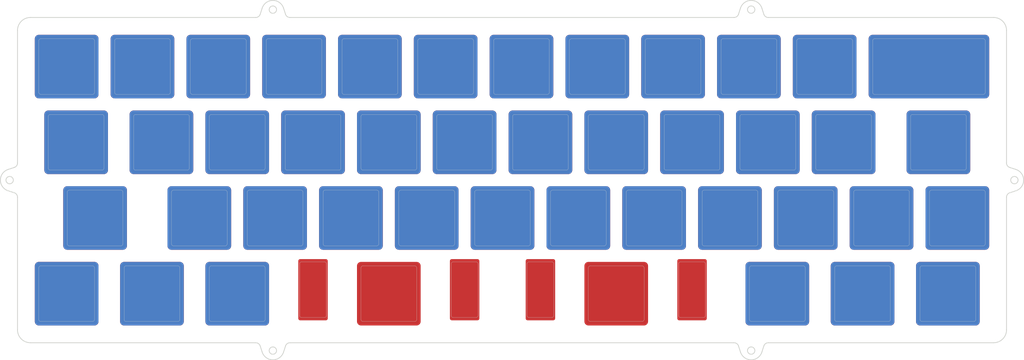
<source format=kicad_pcb>
(kicad_pcb (version 20171130) (host pcbnew "(5.1.4)-1")

  (general
    (thickness 1.6)
    (drawings 50)
    (tracks 0)
    (zones 0)
    (modules 44)
    (nets 1)
  )

  (page A4)
  (layers
    (0 F.Cu signal)
    (31 B.Cu signal)
    (32 B.Adhes user)
    (33 F.Adhes user)
    (34 B.Paste user)
    (35 F.Paste user)
    (36 B.SilkS user)
    (37 F.SilkS user)
    (38 B.Mask user)
    (39 F.Mask user)
    (40 Dwgs.User user)
    (41 Cmts.User user)
    (42 Eco1.User user)
    (43 Eco2.User user)
    (44 Edge.Cuts user)
    (45 Margin user)
    (46 B.CrtYd user)
    (47 F.CrtYd user)
    (48 B.Fab user)
    (49 F.Fab user)
  )

  (setup
    (last_trace_width 0.25)
    (trace_clearance 0.2)
    (zone_clearance 0.508)
    (zone_45_only no)
    (trace_min 0.2)
    (via_size 0.8)
    (via_drill 0.4)
    (via_min_size 0.4)
    (via_min_drill 0.3)
    (uvia_size 0.3)
    (uvia_drill 0.1)
    (uvias_allowed no)
    (uvia_min_size 0.2)
    (uvia_min_drill 0.1)
    (edge_width 0.05)
    (segment_width 0.2)
    (pcb_text_width 0.3)
    (pcb_text_size 1.5 1.5)
    (mod_edge_width 0.12)
    (mod_text_size 1 1)
    (mod_text_width 0.15)
    (pad_size 1.524 1.524)
    (pad_drill 0.762)
    (pad_to_mask_clearance 0.051)
    (solder_mask_min_width 0.25)
    (aux_axis_origin 0 0)
    (grid_origin 22.2236 24.6047)
    (visible_elements 7FFFEFFF)
    (pcbplotparams
      (layerselection 0x010f0_ffffffff)
      (usegerberextensions false)
      (usegerberattributes false)
      (usegerberadvancedattributes false)
      (creategerberjobfile false)
      (excludeedgelayer true)
      (linewidth 0.100000)
      (plotframeref false)
      (viasonmask false)
      (mode 1)
      (useauxorigin false)
      (hpglpennumber 1)
      (hpglpenspeed 20)
      (hpglpendiameter 15.000000)
      (psnegative false)
      (psa4output false)
      (plotreference true)
      (plotvalue true)
      (plotinvisibletext false)
      (padsonsilk false)
      (subtractmaskfromsilk false)
      (outputformat 1)
      (mirror false)
      (drillshape 0)
      (scaleselection 1)
      (outputdirectory ""))
  )

  (net 0 "")

  (net_class Default "This is the default net class."
    (clearance 0.2)
    (trace_width 0.25)
    (via_dia 0.8)
    (via_drill 0.4)
    (uvia_dia 0.3)
    (uvia_drill 0.1)
  )

  (module Keybage_MX_Cutout:MX_Cutout_1.75u_enc (layer F.Cu) (tedit 5FDFF430) (tstamp 5FE06496)
    (at 238.9037 24.6047)
    (fp_text reference REF** (at 0.25 10.05) (layer Eco2.User) hide
      (effects (font (size 1 1) (thickness 0.15)))
    )
    (fp_text value MX_Cutout_1.75u_enc (at 0 -15.24) (layer F.Fab) hide
      (effects (font (size 1 1) (thickness 0.15)))
    )
    (fp_line (start 16.66875 -9.525) (end 16.66875 9.525) (layer Dwgs.User) (width 0.15))
    (fp_line (start 16.66875 9.525) (end -16.66875 9.525) (layer Dwgs.User) (width 0.15))
    (fp_line (start -16.66875 9.525) (end -16.66875 -9.525) (layer Dwgs.User) (width 0.15))
    (fp_line (start -16.66875 -9.525) (end 16.66875 -9.525) (layer Dwgs.User) (width 0.15))
    (fp_line (start 13.64375 -7) (end -13.64375 -7) (layer Edge.Cuts) (width 0.05))
    (fp_line (start -14.14375 -6.5) (end -14.14375 6.5) (layer Edge.Cuts) (width 0.05))
    (fp_line (start -13.64375 7) (end 13.64375 7) (layer Edge.Cuts) (width 0.05))
    (fp_line (start 14.14375 6.5) (end 14.14375 -6.5) (layer Edge.Cuts) (width 0.05))
    (fp_arc (start 13.64375 -6.5) (end 14.14375 -6.5) (angle -90) (layer Edge.Cuts) (width 0.05))
    (fp_arc (start -13.64375 -6.5) (end -13.64375 -7) (angle -90) (layer Edge.Cuts) (width 0.05))
    (fp_arc (start -13.64375 6.5) (end -14.14375 6.5) (angle -90) (layer Edge.Cuts) (width 0.05))
    (fp_arc (start 13.64375 6.5) (end 13.64375 7) (angle -90) (layer Edge.Cuts) (width 0.05))
    (pad 1 smd roundrect (at 0 0 180) (size 30.2875 16) (layers F.Cu F.Mask) (roundrect_rratio 0.063))
    (pad 1 smd roundrect (at 0 0 180) (size 30.2875 16) (layers B.Cu B.Mask) (roundrect_rratio 0.063))
  )

  (module Keybage_MX_Cutout:MX_Cutout_3u (layer F.Cu) (tedit 5FDFEB91) (tstamp 5FE05F07)
    (at 160.3274 81.7511 180)
    (fp_text reference REF** (at 0.25 10.05 180) (layer Eco2.User) hide
      (effects (font (size 1 1) (thickness 0.15)))
    )
    (fp_text value MX_Cutout_3u (at 0 -15.24 180) (layer F.Fab) hide
      (effects (font (size 1 1) (thickness 0.15)))
    )
    (fp_arc (start -16.175 -5.5) (end -15.675 -5.5) (angle -90) (layer Edge.Cuts) (width 0.05))
    (fp_arc (start -21.925 -5.5) (end -21.925 -6) (angle -90) (layer Edge.Cuts) (width 0.05))
    (fp_arc (start -21.925 7.5) (end -22.425 7.5) (angle -90) (layer Edge.Cuts) (width 0.05))
    (fp_arc (start -16.175 7.5) (end -16.175 8) (angle -90) (layer Edge.Cuts) (width 0.05))
    (fp_arc (start -6.5 -6.5) (end -6.5 -7) (angle -90) (layer Edge.Cuts) (width 0.05))
    (fp_arc (start -6.5 6.5) (end -7 6.5) (angle -90) (layer Edge.Cuts) (width 0.05))
    (fp_arc (start 6.5 6.5) (end 6.5 7) (angle -90) (layer Edge.Cuts) (width 0.05))
    (fp_arc (start 6.5 -6.5) (end 7 -6.5) (angle -90) (layer Edge.Cuts) (width 0.05))
    (fp_arc (start 21.925 -5.5) (end 22.425 -5.5) (angle -90) (layer Edge.Cuts) (width 0.05))
    (fp_arc (start 16.175 -5.5) (end 16.175 -6) (angle -90) (layer Edge.Cuts) (width 0.05))
    (fp_arc (start 16.175 7.5) (end 15.675 7.5) (angle -90) (layer Edge.Cuts) (width 0.05))
    (fp_arc (start 21.925 7.5) (end 21.925 8) (angle -90) (layer Edge.Cuts) (width 0.05))
    (fp_line (start -28.575 -9.525) (end -28.575 9.525) (layer Dwgs.User) (width 0.15))
    (fp_line (start -28.575 9.525) (end 28.575 9.525) (layer Dwgs.User) (width 0.15))
    (fp_line (start -28.575 -9.525) (end 28.575 -9.525) (layer Dwgs.User) (width 0.15))
    (fp_line (start 28.575 -9.525) (end 28.575 9.525) (layer Dwgs.User) (width 0.15))
    (fp_line (start -6.5 -7) (end 6.5 -7) (layer Edge.Cuts) (width 0.05))
    (fp_line (start 7 -6.5) (end 7 6.5) (layer Edge.Cuts) (width 0.05))
    (fp_line (start 6.5 7) (end -6.5 7) (layer Edge.Cuts) (width 0.05))
    (fp_line (start -7 6.5) (end -7 -6.5) (layer Edge.Cuts) (width 0.05))
    (fp_line (start -15.675 -5.5) (end -15.675 7.5) (layer Edge.Cuts) (width 0.05))
    (fp_line (start -16.175 8) (end -21.925 8) (layer Edge.Cuts) (width 0.05))
    (fp_line (start -22.425 7.5) (end -22.425 -5.5) (layer Edge.Cuts) (width 0.05))
    (fp_line (start -21.925 -6) (end -16.175 -6) (layer Edge.Cuts) (width 0.05))
    (fp_line (start 22.425 -5.5) (end 22.425 7.5) (layer Edge.Cuts) (width 0.05))
    (fp_line (start 21.925 8) (end 16.175 8) (layer Edge.Cuts) (width 0.05))
    (fp_line (start 15.675 7.5) (end 15.675 -5.5) (layer Edge.Cuts) (width 0.05))
    (fp_line (start 16.175 -6) (end 21.925 -6) (layer Edge.Cuts) (width 0.05))
    (pad 1 smd roundrect (at 0 0) (size 16 16) (layers F.Cu F.Mask) (roundrect_rratio 0.063))
    (pad 1 smd roundrect (at -19.05 1) (size 7.4 15.4) (layers F.Cu F.Mask) (roundrect_rratio 0.063))
    (pad 1 smd roundrect (at 19.05 1) (size 7.4 15.4) (layers F.Cu F.Mask) (roundrect_rratio 0.063))
  )

  (module Keybage_MX_Cutout:MX_Cutout_3u (layer F.Cu) (tedit 5FDFEB91) (tstamp 5FE05A71)
    (at 103.181 81.7511 180)
    (fp_text reference REF** (at 0.25 10.05 180) (layer Eco2.User) hide
      (effects (font (size 1 1) (thickness 0.15)))
    )
    (fp_text value MX_Cutout_3u (at 0 -15.24 180) (layer F.Fab) hide
      (effects (font (size 1 1) (thickness 0.15)))
    )
    (fp_arc (start -16.175 -5.5) (end -15.675 -5.5) (angle -90) (layer Edge.Cuts) (width 0.05))
    (fp_arc (start -21.925 -5.5) (end -21.925 -6) (angle -90) (layer Edge.Cuts) (width 0.05))
    (fp_arc (start -21.925 7.5) (end -22.425 7.5) (angle -90) (layer Edge.Cuts) (width 0.05))
    (fp_arc (start -16.175 7.5) (end -16.175 8) (angle -90) (layer Edge.Cuts) (width 0.05))
    (fp_arc (start -6.5 -6.5) (end -6.5 -7) (angle -90) (layer Edge.Cuts) (width 0.05))
    (fp_arc (start -6.5 6.5) (end -7 6.5) (angle -90) (layer Edge.Cuts) (width 0.05))
    (fp_arc (start 6.5 6.5) (end 6.5 7) (angle -90) (layer Edge.Cuts) (width 0.05))
    (fp_arc (start 6.5 -6.5) (end 7 -6.5) (angle -90) (layer Edge.Cuts) (width 0.05))
    (fp_arc (start 21.925 -5.5) (end 22.425 -5.5) (angle -90) (layer Edge.Cuts) (width 0.05))
    (fp_arc (start 16.175 -5.5) (end 16.175 -6) (angle -90) (layer Edge.Cuts) (width 0.05))
    (fp_arc (start 16.175 7.5) (end 15.675 7.5) (angle -90) (layer Edge.Cuts) (width 0.05))
    (fp_arc (start 21.925 7.5) (end 21.925 8) (angle -90) (layer Edge.Cuts) (width 0.05))
    (fp_line (start -28.575 -9.525) (end -28.575 9.525) (layer Dwgs.User) (width 0.15))
    (fp_line (start -28.575 9.525) (end 28.575 9.525) (layer Dwgs.User) (width 0.15))
    (fp_line (start -28.575 -9.525) (end 28.575 -9.525) (layer Dwgs.User) (width 0.15))
    (fp_line (start 28.575 -9.525) (end 28.575 9.525) (layer Dwgs.User) (width 0.15))
    (fp_line (start -6.5 -7) (end 6.5 -7) (layer Edge.Cuts) (width 0.05))
    (fp_line (start 7 -6.5) (end 7 6.5) (layer Edge.Cuts) (width 0.05))
    (fp_line (start 6.5 7) (end -6.5 7) (layer Edge.Cuts) (width 0.05))
    (fp_line (start -7 6.5) (end -7 -6.5) (layer Edge.Cuts) (width 0.05))
    (fp_line (start -15.675 -5.5) (end -15.675 7.5) (layer Edge.Cuts) (width 0.05))
    (fp_line (start -16.175 8) (end -21.925 8) (layer Edge.Cuts) (width 0.05))
    (fp_line (start -22.425 7.5) (end -22.425 -5.5) (layer Edge.Cuts) (width 0.05))
    (fp_line (start -21.925 -6) (end -16.175 -6) (layer Edge.Cuts) (width 0.05))
    (fp_line (start 22.425 -5.5) (end 22.425 7.5) (layer Edge.Cuts) (width 0.05))
    (fp_line (start 21.925 8) (end 16.175 8) (layer Edge.Cuts) (width 0.05))
    (fp_line (start 15.675 7.5) (end 15.675 -5.5) (layer Edge.Cuts) (width 0.05))
    (fp_line (start 16.175 -6) (end 21.925 -6) (layer Edge.Cuts) (width 0.05))
    (pad 1 smd roundrect (at 0 0) (size 16 16) (layers F.Cu F.Mask) (roundrect_rratio 0.063))
    (pad 1 smd roundrect (at -19.05 1) (size 7.4 15.4) (layers F.Cu F.Mask) (roundrect_rratio 0.063))
    (pad 1 smd roundrect (at 19.05 1) (size 7.4 15.4) (layers F.Cu F.Mask) (roundrect_rratio 0.063))
  )

  (module Keybage_MX_Cutout:MX_Cutout_1.5u (layer F.Cu) (tedit 5F05689C) (tstamp 5FE05508)
    (at 241.2848 43.6535)
    (fp_text reference REF** (at 0.25 10.05) (layer Eco2.User) hide
      (effects (font (size 1 1) (thickness 0.15)))
    )
    (fp_text value MX_Cutout_1.5u (at 0 -15.24) (layer F.Fab) hide
      (effects (font (size 1 1) (thickness 0.15)))
    )
    (fp_arc (start 6.5 -6.5) (end 7 -6.5) (angle -90) (layer Edge.Cuts) (width 0.05))
    (fp_arc (start -6.5 -6.5) (end -6.5 -7) (angle -90) (layer Edge.Cuts) (width 0.05))
    (fp_arc (start -6.5 6.5) (end -7 6.5) (angle -90) (layer Edge.Cuts) (width 0.05))
    (fp_arc (start 6.5 6.5) (end 6.5 7) (angle -90) (layer Edge.Cuts) (width 0.05))
    (fp_line (start 7 6.5) (end 7 -6.5) (layer Edge.Cuts) (width 0.05))
    (fp_line (start -6.5 7) (end 6.5 7) (layer Edge.Cuts) (width 0.05))
    (fp_line (start -7 -6.5) (end -7 6.5) (layer Edge.Cuts) (width 0.05))
    (fp_line (start 6.5 -7) (end -6.5 -7) (layer Edge.Cuts) (width 0.05))
    (fp_line (start -14.2875 -9.525) (end 14.2875 -9.525) (layer Dwgs.User) (width 0.15))
    (fp_line (start -14.2875 9.525) (end -14.2875 -9.525) (layer Dwgs.User) (width 0.15))
    (fp_line (start 14.2875 9.525) (end -14.2875 9.525) (layer Dwgs.User) (width 0.15))
    (fp_line (start 14.2875 -9.525) (end 14.2875 9.525) (layer Dwgs.User) (width 0.15))
    (pad 1 smd roundrect (at 0 0 180) (size 16 16) (layers F.Cu F.Mask) (roundrect_rratio 0.063))
    (pad 1 smd roundrect (at 0 0 180) (size 16 16) (layers B.Cu B.Mask) (roundrect_rratio 0.063))
  )

  (module Keybage_MX_Cutout:MX_Cutout_1.25u (layer F.Cu) (tedit 5F056825) (tstamp 5FE05398)
    (at 243.6659 81.7511)
    (fp_text reference REF** (at 0.25 10.05) (layer Eco2.User) hide
      (effects (font (size 1 1) (thickness 0.15)))
    )
    (fp_text value MX_Cutout_1.25u (at 0 -15.24) (layer F.Fab) hide
      (effects (font (size 1 1) (thickness 0.15)))
    )
    (fp_line (start 7 6.5) (end 7 -6.5) (layer Edge.Cuts) (width 0.05))
    (fp_line (start -6.5 7) (end 6.5 7) (layer Edge.Cuts) (width 0.05))
    (fp_line (start -7 -6.5) (end -7 6.5) (layer Edge.Cuts) (width 0.05))
    (fp_line (start 6.5 -7) (end -6.5 -7) (layer Edge.Cuts) (width 0.05))
    (fp_line (start -11.90625 -9.525) (end 11.90625 -9.525) (layer Dwgs.User) (width 0.15))
    (fp_line (start -11.90625 9.525) (end -11.90625 -9.525) (layer Dwgs.User) (width 0.15))
    (fp_line (start 11.90625 9.525) (end -11.90625 9.525) (layer Dwgs.User) (width 0.15))
    (fp_line (start 11.90625 -9.525) (end 11.90625 9.525) (layer Dwgs.User) (width 0.15))
    (fp_arc (start 6.5 -6.5) (end 7 -6.5) (angle -90) (layer Edge.Cuts) (width 0.05))
    (fp_arc (start -6.5 -6.5) (end -6.5 -7) (angle -90) (layer Edge.Cuts) (width 0.05))
    (fp_arc (start -6.5 6.5) (end -7 6.5) (angle -90) (layer Edge.Cuts) (width 0.05))
    (fp_arc (start 6.5 6.5) (end 6.5 7) (angle -90) (layer Edge.Cuts) (width 0.05))
    (pad 1 smd roundrect (at 0 0 180) (size 16 16) (layers F.Cu F.Mask) (roundrect_rratio 0.063))
    (pad 1 smd roundrect (at 0 0 180) (size 16 16) (layers B.Cu B.Mask) (roundrect_rratio 0.063))
  )

  (module Keybage_MX_Cutout:MX_Cutout_1.25u (layer F.Cu) (tedit 5F056825) (tstamp 5FE05353)
    (at 200.8061 81.7511)
    (fp_text reference REF** (at 0.25 10.05) (layer Eco2.User) hide
      (effects (font (size 1 1) (thickness 0.15)))
    )
    (fp_text value MX_Cutout_1.25u (at 0 -15.24) (layer F.Fab) hide
      (effects (font (size 1 1) (thickness 0.15)))
    )
    (fp_line (start 7 6.5) (end 7 -6.5) (layer Edge.Cuts) (width 0.05))
    (fp_line (start -6.5 7) (end 6.5 7) (layer Edge.Cuts) (width 0.05))
    (fp_line (start -7 -6.5) (end -7 6.5) (layer Edge.Cuts) (width 0.05))
    (fp_line (start 6.5 -7) (end -6.5 -7) (layer Edge.Cuts) (width 0.05))
    (fp_line (start -11.90625 -9.525) (end 11.90625 -9.525) (layer Dwgs.User) (width 0.15))
    (fp_line (start -11.90625 9.525) (end -11.90625 -9.525) (layer Dwgs.User) (width 0.15))
    (fp_line (start 11.90625 9.525) (end -11.90625 9.525) (layer Dwgs.User) (width 0.15))
    (fp_line (start 11.90625 -9.525) (end 11.90625 9.525) (layer Dwgs.User) (width 0.15))
    (fp_arc (start 6.5 -6.5) (end 7 -6.5) (angle -90) (layer Edge.Cuts) (width 0.05))
    (fp_arc (start -6.5 -6.5) (end -6.5 -7) (angle -90) (layer Edge.Cuts) (width 0.05))
    (fp_arc (start -6.5 6.5) (end -7 6.5) (angle -90) (layer Edge.Cuts) (width 0.05))
    (fp_arc (start 6.5 6.5) (end 6.5 7) (angle -90) (layer Edge.Cuts) (width 0.05))
    (pad 1 smd roundrect (at 0 0 180) (size 16 16) (layers F.Cu F.Mask) (roundrect_rratio 0.063))
    (pad 1 smd roundrect (at 0 0 180) (size 16 16) (layers B.Cu B.Mask) (roundrect_rratio 0.063))
  )

  (module Keybage_MX_Cutout:MX_Cutout_1.25u (layer F.Cu) (tedit 5F056825) (tstamp 5FE0530E)
    (at 43.6535 81.7511)
    (fp_text reference REF** (at 0.25 10.05) (layer Eco2.User) hide
      (effects (font (size 1 1) (thickness 0.15)))
    )
    (fp_text value MX_Cutout_1.25u (at 0 -15.24) (layer F.Fab) hide
      (effects (font (size 1 1) (thickness 0.15)))
    )
    (fp_line (start 7 6.5) (end 7 -6.5) (layer Edge.Cuts) (width 0.05))
    (fp_line (start -6.5 7) (end 6.5 7) (layer Edge.Cuts) (width 0.05))
    (fp_line (start -7 -6.5) (end -7 6.5) (layer Edge.Cuts) (width 0.05))
    (fp_line (start 6.5 -7) (end -6.5 -7) (layer Edge.Cuts) (width 0.05))
    (fp_line (start -11.90625 -9.525) (end 11.90625 -9.525) (layer Dwgs.User) (width 0.15))
    (fp_line (start -11.90625 9.525) (end -11.90625 -9.525) (layer Dwgs.User) (width 0.15))
    (fp_line (start 11.90625 9.525) (end -11.90625 9.525) (layer Dwgs.User) (width 0.15))
    (fp_line (start 11.90625 -9.525) (end 11.90625 9.525) (layer Dwgs.User) (width 0.15))
    (fp_arc (start 6.5 -6.5) (end 7 -6.5) (angle -90) (layer Edge.Cuts) (width 0.05))
    (fp_arc (start -6.5 -6.5) (end -6.5 -7) (angle -90) (layer Edge.Cuts) (width 0.05))
    (fp_arc (start -6.5 6.5) (end -7 6.5) (angle -90) (layer Edge.Cuts) (width 0.05))
    (fp_arc (start 6.5 6.5) (end 6.5 7) (angle -90) (layer Edge.Cuts) (width 0.05))
    (pad 1 smd roundrect (at 0 0 180) (size 16 16) (layers F.Cu F.Mask) (roundrect_rratio 0.063))
    (pad 1 smd roundrect (at 0 0 180) (size 16 16) (layers B.Cu B.Mask) (roundrect_rratio 0.063))
  )

  (module Keybage_MX_Cutout:MX_Cutout_1.75u (layer F.Cu) (tedit 5F056945) (tstamp 5FE052A7)
    (at 29.3669 62.7023)
    (fp_text reference REF** (at 0.25 10.05) (layer Eco2.User) hide
      (effects (font (size 1 1) (thickness 0.15)))
    )
    (fp_text value MX_Cutout_1.75u (at 0 -15.24) (layer F.Fab) hide
      (effects (font (size 1 1) (thickness 0.15)))
    )
    (fp_arc (start 6.5 6.5) (end 6.5 7) (angle -90) (layer Edge.Cuts) (width 0.05))
    (fp_arc (start -6.5 6.5) (end -7 6.5) (angle -90) (layer Edge.Cuts) (width 0.05))
    (fp_arc (start -6.5 -6.5) (end -6.5 -7) (angle -90) (layer Edge.Cuts) (width 0.05))
    (fp_arc (start 6.5 -6.5) (end 7 -6.5) (angle -90) (layer Edge.Cuts) (width 0.05))
    (fp_line (start 7 6.5) (end 7 -6.5) (layer Edge.Cuts) (width 0.05))
    (fp_line (start -6.5 7) (end 6.5 7) (layer Edge.Cuts) (width 0.05))
    (fp_line (start -7 -6.5) (end -7 6.5) (layer Edge.Cuts) (width 0.05))
    (fp_line (start 6.5 -7) (end -6.5 -7) (layer Edge.Cuts) (width 0.05))
    (fp_line (start -16.66875 -9.525) (end 16.66875 -9.525) (layer Dwgs.User) (width 0.15))
    (fp_line (start -16.66875 9.525) (end -16.66875 -9.525) (layer Dwgs.User) (width 0.15))
    (fp_line (start 16.66875 9.525) (end -16.66875 9.525) (layer Dwgs.User) (width 0.15))
    (fp_line (start 16.66875 -9.525) (end 16.66875 9.525) (layer Dwgs.User) (width 0.15))
    (pad 1 smd roundrect (at 0 0 180) (size 16 16) (layers B.Cu B.Mask) (roundrect_rratio 0.063))
    (pad 1 smd roundrect (at 0 0 180) (size 16 16) (layers F.Cu F.Mask) (roundrect_rratio 0.063))
  )

  (module Keybage_MX_Cutout:MX_Cutout_1.25u (layer F.Cu) (tedit 5F056825) (tstamp 5FE05115)
    (at 24.6047 43.6535)
    (fp_text reference REF** (at 0.25 10.05) (layer Eco2.User) hide
      (effects (font (size 1 1) (thickness 0.15)))
    )
    (fp_text value MX_Cutout_1.25u (at 0 -15.24) (layer F.Fab) hide
      (effects (font (size 1 1) (thickness 0.15)))
    )
    (fp_line (start 7 6.5) (end 7 -6.5) (layer Edge.Cuts) (width 0.05))
    (fp_line (start -6.5 7) (end 6.5 7) (layer Edge.Cuts) (width 0.05))
    (fp_line (start -7 -6.5) (end -7 6.5) (layer Edge.Cuts) (width 0.05))
    (fp_line (start 6.5 -7) (end -6.5 -7) (layer Edge.Cuts) (width 0.05))
    (fp_line (start -11.90625 -9.525) (end 11.90625 -9.525) (layer Dwgs.User) (width 0.15))
    (fp_line (start -11.90625 9.525) (end -11.90625 -9.525) (layer Dwgs.User) (width 0.15))
    (fp_line (start 11.90625 9.525) (end -11.90625 9.525) (layer Dwgs.User) (width 0.15))
    (fp_line (start 11.90625 -9.525) (end 11.90625 9.525) (layer Dwgs.User) (width 0.15))
    (fp_arc (start 6.5 -6.5) (end 7 -6.5) (angle -90) (layer Edge.Cuts) (width 0.05))
    (fp_arc (start -6.5 -6.5) (end -6.5 -7) (angle -90) (layer Edge.Cuts) (width 0.05))
    (fp_arc (start -6.5 6.5) (end -7 6.5) (angle -90) (layer Edge.Cuts) (width 0.05))
    (fp_arc (start 6.5 6.5) (end 6.5 7) (angle -90) (layer Edge.Cuts) (width 0.05))
    (pad 1 smd roundrect (at 0 0 180) (size 16 16) (layers F.Cu F.Mask) (roundrect_rratio 0.063))
    (pad 1 smd roundrect (at 0 0 180) (size 16 16) (layers B.Cu B.Mask) (roundrect_rratio 0.063))
  )

  (module Keybage_MX_Cutout:MX_Cutout_1u (layer F.Cu) (tedit 5F0566A3) (tstamp 5FE04F31)
    (at 222.236 81.7511)
    (fp_text reference REF** (at 0.25 10.05) (layer Eco2.User) hide
      (effects (font (size 1 1) (thickness 0.15)))
    )
    (fp_text value MX_Cutout_1u (at 0 -15.24) (layer F.Fab) hide
      (effects (font (size 1 1) (thickness 0.15)))
    )
    (fp_arc (start 6.5 6.5) (end 6.5 7) (angle -90) (layer Edge.Cuts) (width 0.05))
    (fp_arc (start -6.5 6.5) (end -7 6.5) (angle -90) (layer Edge.Cuts) (width 0.05))
    (fp_arc (start -6.5 -6.5) (end -6.5 -7) (angle -90) (layer Edge.Cuts) (width 0.05))
    (fp_arc (start 6.5 -6.5) (end 7 -6.5) (angle -90) (layer Edge.Cuts) (width 0.05))
    (fp_line (start 7 6.5) (end 7 -6.5) (layer Edge.Cuts) (width 0.05))
    (fp_line (start -6.5 7) (end 6.5 7) (layer Edge.Cuts) (width 0.05))
    (fp_line (start -7 -6.5) (end -7 6.5) (layer Edge.Cuts) (width 0.05))
    (fp_line (start 6.5 -7) (end -6.5 -7) (layer Edge.Cuts) (width 0.05))
    (fp_line (start -9.525 -9.525) (end 9.525 -9.525) (layer Dwgs.User) (width 0.15))
    (fp_line (start -9.525 9.525) (end -9.525 -9.525) (layer Dwgs.User) (width 0.15))
    (fp_line (start 9.525 9.525) (end -9.525 9.525) (layer Dwgs.User) (width 0.15))
    (fp_line (start 9.525 -9.525) (end 9.525 9.525) (layer Dwgs.User) (width 0.15))
    (pad 1 smd roundrect (at 0 0 180) (size 16 16) (layers B.Cu B.Mask) (roundrect_rratio 0.063))
    (pad 1 smd roundrect (at 0 0 180) (size 16 16) (layers F.Cu F.Mask) (roundrect_rratio 0.063))
  )

  (module Keybage_MX_Cutout:MX_Cutout_1u (layer F.Cu) (tedit 5F0566A3) (tstamp 5FE04EEC)
    (at 65.0834 81.7511)
    (fp_text reference REF** (at 0.25 10.05) (layer Eco2.User) hide
      (effects (font (size 1 1) (thickness 0.15)))
    )
    (fp_text value MX_Cutout_1u (at 0 -15.24) (layer F.Fab) hide
      (effects (font (size 1 1) (thickness 0.15)))
    )
    (fp_arc (start 6.5 6.5) (end 6.5 7) (angle -90) (layer Edge.Cuts) (width 0.05))
    (fp_arc (start -6.5 6.5) (end -7 6.5) (angle -90) (layer Edge.Cuts) (width 0.05))
    (fp_arc (start -6.5 -6.5) (end -6.5 -7) (angle -90) (layer Edge.Cuts) (width 0.05))
    (fp_arc (start 6.5 -6.5) (end 7 -6.5) (angle -90) (layer Edge.Cuts) (width 0.05))
    (fp_line (start 7 6.5) (end 7 -6.5) (layer Edge.Cuts) (width 0.05))
    (fp_line (start -6.5 7) (end 6.5 7) (layer Edge.Cuts) (width 0.05))
    (fp_line (start -7 -6.5) (end -7 6.5) (layer Edge.Cuts) (width 0.05))
    (fp_line (start 6.5 -7) (end -6.5 -7) (layer Edge.Cuts) (width 0.05))
    (fp_line (start -9.525 -9.525) (end 9.525 -9.525) (layer Dwgs.User) (width 0.15))
    (fp_line (start -9.525 9.525) (end -9.525 -9.525) (layer Dwgs.User) (width 0.15))
    (fp_line (start 9.525 9.525) (end -9.525 9.525) (layer Dwgs.User) (width 0.15))
    (fp_line (start 9.525 -9.525) (end 9.525 9.525) (layer Dwgs.User) (width 0.15))
    (pad 1 smd roundrect (at 0 0 180) (size 16 16) (layers B.Cu B.Mask) (roundrect_rratio 0.063))
    (pad 1 smd roundrect (at 0 0 180) (size 16 16) (layers F.Cu F.Mask) (roundrect_rratio 0.063))
  )

  (module Keybage_MX_Cutout:MX_Cutout_1u (layer F.Cu) (tedit 5F0566A3) (tstamp 5FE04EA7)
    (at 22.2236 81.7511)
    (fp_text reference REF** (at 0.25 10.05) (layer Eco2.User) hide
      (effects (font (size 1 1) (thickness 0.15)))
    )
    (fp_text value MX_Cutout_1u (at 0 -15.24) (layer F.Fab) hide
      (effects (font (size 1 1) (thickness 0.15)))
    )
    (fp_arc (start 6.5 6.5) (end 6.5 7) (angle -90) (layer Edge.Cuts) (width 0.05))
    (fp_arc (start -6.5 6.5) (end -7 6.5) (angle -90) (layer Edge.Cuts) (width 0.05))
    (fp_arc (start -6.5 -6.5) (end -6.5 -7) (angle -90) (layer Edge.Cuts) (width 0.05))
    (fp_arc (start 6.5 -6.5) (end 7 -6.5) (angle -90) (layer Edge.Cuts) (width 0.05))
    (fp_line (start 7 6.5) (end 7 -6.5) (layer Edge.Cuts) (width 0.05))
    (fp_line (start -6.5 7) (end 6.5 7) (layer Edge.Cuts) (width 0.05))
    (fp_line (start -7 -6.5) (end -7 6.5) (layer Edge.Cuts) (width 0.05))
    (fp_line (start 6.5 -7) (end -6.5 -7) (layer Edge.Cuts) (width 0.05))
    (fp_line (start -9.525 -9.525) (end 9.525 -9.525) (layer Dwgs.User) (width 0.15))
    (fp_line (start -9.525 9.525) (end -9.525 -9.525) (layer Dwgs.User) (width 0.15))
    (fp_line (start 9.525 9.525) (end -9.525 9.525) (layer Dwgs.User) (width 0.15))
    (fp_line (start 9.525 -9.525) (end 9.525 9.525) (layer Dwgs.User) (width 0.15))
    (pad 1 smd roundrect (at 0 0 180) (size 16 16) (layers B.Cu B.Mask) (roundrect_rratio 0.063))
    (pad 1 smd roundrect (at 0 0 180) (size 16 16) (layers F.Cu F.Mask) (roundrect_rratio 0.063))
  )

  (module Keybage_MX_Cutout:MX_Cutout_1u (layer F.Cu) (tedit 5F0566A3) (tstamp 5FE04E62)
    (at 55.559 62.7023)
    (fp_text reference REF** (at 0.25 10.05) (layer Eco2.User) hide
      (effects (font (size 1 1) (thickness 0.15)))
    )
    (fp_text value MX_Cutout_1u (at 0 -15.24) (layer F.Fab) hide
      (effects (font (size 1 1) (thickness 0.15)))
    )
    (fp_arc (start 6.5 6.5) (end 6.5 7) (angle -90) (layer Edge.Cuts) (width 0.05))
    (fp_arc (start -6.5 6.5) (end -7 6.5) (angle -90) (layer Edge.Cuts) (width 0.05))
    (fp_arc (start -6.5 -6.5) (end -6.5 -7) (angle -90) (layer Edge.Cuts) (width 0.05))
    (fp_arc (start 6.5 -6.5) (end 7 -6.5) (angle -90) (layer Edge.Cuts) (width 0.05))
    (fp_line (start 7 6.5) (end 7 -6.5) (layer Edge.Cuts) (width 0.05))
    (fp_line (start -6.5 7) (end 6.5 7) (layer Edge.Cuts) (width 0.05))
    (fp_line (start -7 -6.5) (end -7 6.5) (layer Edge.Cuts) (width 0.05))
    (fp_line (start 6.5 -7) (end -6.5 -7) (layer Edge.Cuts) (width 0.05))
    (fp_line (start -9.525 -9.525) (end 9.525 -9.525) (layer Dwgs.User) (width 0.15))
    (fp_line (start -9.525 9.525) (end -9.525 -9.525) (layer Dwgs.User) (width 0.15))
    (fp_line (start 9.525 9.525) (end -9.525 9.525) (layer Dwgs.User) (width 0.15))
    (fp_line (start 9.525 -9.525) (end 9.525 9.525) (layer Dwgs.User) (width 0.15))
    (pad 1 smd roundrect (at 0 0 180) (size 16 16) (layers B.Cu B.Mask) (roundrect_rratio 0.063))
    (pad 1 smd roundrect (at 0 0 180) (size 16 16) (layers F.Cu F.Mask) (roundrect_rratio 0.063))
  )

  (module Keybage_MX_Cutout:MX_Cutout_1u (layer F.Cu) (tedit 5F0566A3) (tstamp 5FE04E1D)
    (at 74.6078 62.7023)
    (fp_text reference REF** (at 0.25 10.05) (layer Eco2.User) hide
      (effects (font (size 1 1) (thickness 0.15)))
    )
    (fp_text value MX_Cutout_1u (at 0 -15.24) (layer F.Fab) hide
      (effects (font (size 1 1) (thickness 0.15)))
    )
    (fp_arc (start 6.5 6.5) (end 6.5 7) (angle -90) (layer Edge.Cuts) (width 0.05))
    (fp_arc (start -6.5 6.5) (end -7 6.5) (angle -90) (layer Edge.Cuts) (width 0.05))
    (fp_arc (start -6.5 -6.5) (end -6.5 -7) (angle -90) (layer Edge.Cuts) (width 0.05))
    (fp_arc (start 6.5 -6.5) (end 7 -6.5) (angle -90) (layer Edge.Cuts) (width 0.05))
    (fp_line (start 7 6.5) (end 7 -6.5) (layer Edge.Cuts) (width 0.05))
    (fp_line (start -6.5 7) (end 6.5 7) (layer Edge.Cuts) (width 0.05))
    (fp_line (start -7 -6.5) (end -7 6.5) (layer Edge.Cuts) (width 0.05))
    (fp_line (start 6.5 -7) (end -6.5 -7) (layer Edge.Cuts) (width 0.05))
    (fp_line (start -9.525 -9.525) (end 9.525 -9.525) (layer Dwgs.User) (width 0.15))
    (fp_line (start -9.525 9.525) (end -9.525 -9.525) (layer Dwgs.User) (width 0.15))
    (fp_line (start 9.525 9.525) (end -9.525 9.525) (layer Dwgs.User) (width 0.15))
    (fp_line (start 9.525 -9.525) (end 9.525 9.525) (layer Dwgs.User) (width 0.15))
    (pad 1 smd roundrect (at 0 0 180) (size 16 16) (layers B.Cu B.Mask) (roundrect_rratio 0.063))
    (pad 1 smd roundrect (at 0 0 180) (size 16 16) (layers F.Cu F.Mask) (roundrect_rratio 0.063))
  )

  (module Keybage_MX_Cutout:MX_Cutout_1u (layer F.Cu) (tedit 5F0566A3) (tstamp 5FE04DD8)
    (at 93.6566 62.7023)
    (fp_text reference REF** (at 0.25 10.05) (layer Eco2.User) hide
      (effects (font (size 1 1) (thickness 0.15)))
    )
    (fp_text value MX_Cutout_1u (at 0 -15.24) (layer F.Fab) hide
      (effects (font (size 1 1) (thickness 0.15)))
    )
    (fp_arc (start 6.5 6.5) (end 6.5 7) (angle -90) (layer Edge.Cuts) (width 0.05))
    (fp_arc (start -6.5 6.5) (end -7 6.5) (angle -90) (layer Edge.Cuts) (width 0.05))
    (fp_arc (start -6.5 -6.5) (end -6.5 -7) (angle -90) (layer Edge.Cuts) (width 0.05))
    (fp_arc (start 6.5 -6.5) (end 7 -6.5) (angle -90) (layer Edge.Cuts) (width 0.05))
    (fp_line (start 7 6.5) (end 7 -6.5) (layer Edge.Cuts) (width 0.05))
    (fp_line (start -6.5 7) (end 6.5 7) (layer Edge.Cuts) (width 0.05))
    (fp_line (start -7 -6.5) (end -7 6.5) (layer Edge.Cuts) (width 0.05))
    (fp_line (start 6.5 -7) (end -6.5 -7) (layer Edge.Cuts) (width 0.05))
    (fp_line (start -9.525 -9.525) (end 9.525 -9.525) (layer Dwgs.User) (width 0.15))
    (fp_line (start -9.525 9.525) (end -9.525 -9.525) (layer Dwgs.User) (width 0.15))
    (fp_line (start 9.525 9.525) (end -9.525 9.525) (layer Dwgs.User) (width 0.15))
    (fp_line (start 9.525 -9.525) (end 9.525 9.525) (layer Dwgs.User) (width 0.15))
    (pad 1 smd roundrect (at 0 0 180) (size 16 16) (layers B.Cu B.Mask) (roundrect_rratio 0.063))
    (pad 1 smd roundrect (at 0 0 180) (size 16 16) (layers F.Cu F.Mask) (roundrect_rratio 0.063))
  )

  (module Keybage_MX_Cutout:MX_Cutout_1u (layer F.Cu) (tedit 5F0566A3) (tstamp 5FE04D93)
    (at 112.7054 62.7023)
    (fp_text reference REF** (at 0.25 10.05) (layer Eco2.User) hide
      (effects (font (size 1 1) (thickness 0.15)))
    )
    (fp_text value MX_Cutout_1u (at 0 -15.24) (layer F.Fab) hide
      (effects (font (size 1 1) (thickness 0.15)))
    )
    (fp_arc (start 6.5 6.5) (end 6.5 7) (angle -90) (layer Edge.Cuts) (width 0.05))
    (fp_arc (start -6.5 6.5) (end -7 6.5) (angle -90) (layer Edge.Cuts) (width 0.05))
    (fp_arc (start -6.5 -6.5) (end -6.5 -7) (angle -90) (layer Edge.Cuts) (width 0.05))
    (fp_arc (start 6.5 -6.5) (end 7 -6.5) (angle -90) (layer Edge.Cuts) (width 0.05))
    (fp_line (start 7 6.5) (end 7 -6.5) (layer Edge.Cuts) (width 0.05))
    (fp_line (start -6.5 7) (end 6.5 7) (layer Edge.Cuts) (width 0.05))
    (fp_line (start -7 -6.5) (end -7 6.5) (layer Edge.Cuts) (width 0.05))
    (fp_line (start 6.5 -7) (end -6.5 -7) (layer Edge.Cuts) (width 0.05))
    (fp_line (start -9.525 -9.525) (end 9.525 -9.525) (layer Dwgs.User) (width 0.15))
    (fp_line (start -9.525 9.525) (end -9.525 -9.525) (layer Dwgs.User) (width 0.15))
    (fp_line (start 9.525 9.525) (end -9.525 9.525) (layer Dwgs.User) (width 0.15))
    (fp_line (start 9.525 -9.525) (end 9.525 9.525) (layer Dwgs.User) (width 0.15))
    (pad 1 smd roundrect (at 0 0 180) (size 16 16) (layers B.Cu B.Mask) (roundrect_rratio 0.063))
    (pad 1 smd roundrect (at 0 0 180) (size 16 16) (layers F.Cu F.Mask) (roundrect_rratio 0.063))
  )

  (module Keybage_MX_Cutout:MX_Cutout_1u (layer F.Cu) (tedit 5F0566A3) (tstamp 5FE04D4E)
    (at 131.7542 62.7023)
    (fp_text reference REF** (at 0.25 10.05) (layer Eco2.User) hide
      (effects (font (size 1 1) (thickness 0.15)))
    )
    (fp_text value MX_Cutout_1u (at 0 -15.24) (layer F.Fab) hide
      (effects (font (size 1 1) (thickness 0.15)))
    )
    (fp_arc (start 6.5 6.5) (end 6.5 7) (angle -90) (layer Edge.Cuts) (width 0.05))
    (fp_arc (start -6.5 6.5) (end -7 6.5) (angle -90) (layer Edge.Cuts) (width 0.05))
    (fp_arc (start -6.5 -6.5) (end -6.5 -7) (angle -90) (layer Edge.Cuts) (width 0.05))
    (fp_arc (start 6.5 -6.5) (end 7 -6.5) (angle -90) (layer Edge.Cuts) (width 0.05))
    (fp_line (start 7 6.5) (end 7 -6.5) (layer Edge.Cuts) (width 0.05))
    (fp_line (start -6.5 7) (end 6.5 7) (layer Edge.Cuts) (width 0.05))
    (fp_line (start -7 -6.5) (end -7 6.5) (layer Edge.Cuts) (width 0.05))
    (fp_line (start 6.5 -7) (end -6.5 -7) (layer Edge.Cuts) (width 0.05))
    (fp_line (start -9.525 -9.525) (end 9.525 -9.525) (layer Dwgs.User) (width 0.15))
    (fp_line (start -9.525 9.525) (end -9.525 -9.525) (layer Dwgs.User) (width 0.15))
    (fp_line (start 9.525 9.525) (end -9.525 9.525) (layer Dwgs.User) (width 0.15))
    (fp_line (start 9.525 -9.525) (end 9.525 9.525) (layer Dwgs.User) (width 0.15))
    (pad 1 smd roundrect (at 0 0 180) (size 16 16) (layers B.Cu B.Mask) (roundrect_rratio 0.063))
    (pad 1 smd roundrect (at 0 0 180) (size 16 16) (layers F.Cu F.Mask) (roundrect_rratio 0.063))
  )

  (module Keybage_MX_Cutout:MX_Cutout_1u (layer F.Cu) (tedit 5F0566A3) (tstamp 5FE04D09)
    (at 150.803 62.7023)
    (fp_text reference REF** (at 0.25 10.05) (layer Eco2.User) hide
      (effects (font (size 1 1) (thickness 0.15)))
    )
    (fp_text value MX_Cutout_1u (at 0 -15.24) (layer F.Fab) hide
      (effects (font (size 1 1) (thickness 0.15)))
    )
    (fp_arc (start 6.5 6.5) (end 6.5 7) (angle -90) (layer Edge.Cuts) (width 0.05))
    (fp_arc (start -6.5 6.5) (end -7 6.5) (angle -90) (layer Edge.Cuts) (width 0.05))
    (fp_arc (start -6.5 -6.5) (end -6.5 -7) (angle -90) (layer Edge.Cuts) (width 0.05))
    (fp_arc (start 6.5 -6.5) (end 7 -6.5) (angle -90) (layer Edge.Cuts) (width 0.05))
    (fp_line (start 7 6.5) (end 7 -6.5) (layer Edge.Cuts) (width 0.05))
    (fp_line (start -6.5 7) (end 6.5 7) (layer Edge.Cuts) (width 0.05))
    (fp_line (start -7 -6.5) (end -7 6.5) (layer Edge.Cuts) (width 0.05))
    (fp_line (start 6.5 -7) (end -6.5 -7) (layer Edge.Cuts) (width 0.05))
    (fp_line (start -9.525 -9.525) (end 9.525 -9.525) (layer Dwgs.User) (width 0.15))
    (fp_line (start -9.525 9.525) (end -9.525 -9.525) (layer Dwgs.User) (width 0.15))
    (fp_line (start 9.525 9.525) (end -9.525 9.525) (layer Dwgs.User) (width 0.15))
    (fp_line (start 9.525 -9.525) (end 9.525 9.525) (layer Dwgs.User) (width 0.15))
    (pad 1 smd roundrect (at 0 0 180) (size 16 16) (layers B.Cu B.Mask) (roundrect_rratio 0.063))
    (pad 1 smd roundrect (at 0 0 180) (size 16 16) (layers F.Cu F.Mask) (roundrect_rratio 0.063))
  )

  (module Keybage_MX_Cutout:MX_Cutout_1u (layer F.Cu) (tedit 5F0566A3) (tstamp 5FE04CC4)
    (at 169.8518 62.7023)
    (fp_text reference REF** (at 0.25 10.05) (layer Eco2.User) hide
      (effects (font (size 1 1) (thickness 0.15)))
    )
    (fp_text value MX_Cutout_1u (at 0 -15.24) (layer F.Fab) hide
      (effects (font (size 1 1) (thickness 0.15)))
    )
    (fp_arc (start 6.5 6.5) (end 6.5 7) (angle -90) (layer Edge.Cuts) (width 0.05))
    (fp_arc (start -6.5 6.5) (end -7 6.5) (angle -90) (layer Edge.Cuts) (width 0.05))
    (fp_arc (start -6.5 -6.5) (end -6.5 -7) (angle -90) (layer Edge.Cuts) (width 0.05))
    (fp_arc (start 6.5 -6.5) (end 7 -6.5) (angle -90) (layer Edge.Cuts) (width 0.05))
    (fp_line (start 7 6.5) (end 7 -6.5) (layer Edge.Cuts) (width 0.05))
    (fp_line (start -6.5 7) (end 6.5 7) (layer Edge.Cuts) (width 0.05))
    (fp_line (start -7 -6.5) (end -7 6.5) (layer Edge.Cuts) (width 0.05))
    (fp_line (start 6.5 -7) (end -6.5 -7) (layer Edge.Cuts) (width 0.05))
    (fp_line (start -9.525 -9.525) (end 9.525 -9.525) (layer Dwgs.User) (width 0.15))
    (fp_line (start -9.525 9.525) (end -9.525 -9.525) (layer Dwgs.User) (width 0.15))
    (fp_line (start 9.525 9.525) (end -9.525 9.525) (layer Dwgs.User) (width 0.15))
    (fp_line (start 9.525 -9.525) (end 9.525 9.525) (layer Dwgs.User) (width 0.15))
    (pad 1 smd roundrect (at 0 0 180) (size 16 16) (layers B.Cu B.Mask) (roundrect_rratio 0.063))
    (pad 1 smd roundrect (at 0 0 180) (size 16 16) (layers F.Cu F.Mask) (roundrect_rratio 0.063))
  )

  (module Keybage_MX_Cutout:MX_Cutout_1u (layer F.Cu) (tedit 5F0566A3) (tstamp 5FE04C7F)
    (at 188.9006 62.7023)
    (fp_text reference REF** (at 0.25 10.05) (layer Eco2.User) hide
      (effects (font (size 1 1) (thickness 0.15)))
    )
    (fp_text value MX_Cutout_1u (at 0 -15.24) (layer F.Fab) hide
      (effects (font (size 1 1) (thickness 0.15)))
    )
    (fp_arc (start 6.5 6.5) (end 6.5 7) (angle -90) (layer Edge.Cuts) (width 0.05))
    (fp_arc (start -6.5 6.5) (end -7 6.5) (angle -90) (layer Edge.Cuts) (width 0.05))
    (fp_arc (start -6.5 -6.5) (end -6.5 -7) (angle -90) (layer Edge.Cuts) (width 0.05))
    (fp_arc (start 6.5 -6.5) (end 7 -6.5) (angle -90) (layer Edge.Cuts) (width 0.05))
    (fp_line (start 7 6.5) (end 7 -6.5) (layer Edge.Cuts) (width 0.05))
    (fp_line (start -6.5 7) (end 6.5 7) (layer Edge.Cuts) (width 0.05))
    (fp_line (start -7 -6.5) (end -7 6.5) (layer Edge.Cuts) (width 0.05))
    (fp_line (start 6.5 -7) (end -6.5 -7) (layer Edge.Cuts) (width 0.05))
    (fp_line (start -9.525 -9.525) (end 9.525 -9.525) (layer Dwgs.User) (width 0.15))
    (fp_line (start -9.525 9.525) (end -9.525 -9.525) (layer Dwgs.User) (width 0.15))
    (fp_line (start 9.525 9.525) (end -9.525 9.525) (layer Dwgs.User) (width 0.15))
    (fp_line (start 9.525 -9.525) (end 9.525 9.525) (layer Dwgs.User) (width 0.15))
    (pad 1 smd roundrect (at 0 0 180) (size 16 16) (layers B.Cu B.Mask) (roundrect_rratio 0.063))
    (pad 1 smd roundrect (at 0 0 180) (size 16 16) (layers F.Cu F.Mask) (roundrect_rratio 0.063))
  )

  (module Keybage_MX_Cutout:MX_Cutout_1u (layer F.Cu) (tedit 5F0566A3) (tstamp 5FE04C3A)
    (at 207.9494 62.7023)
    (fp_text reference REF** (at 0.25 10.05) (layer Eco2.User) hide
      (effects (font (size 1 1) (thickness 0.15)))
    )
    (fp_text value MX_Cutout_1u (at 0 -15.24) (layer F.Fab) hide
      (effects (font (size 1 1) (thickness 0.15)))
    )
    (fp_arc (start 6.5 6.5) (end 6.5 7) (angle -90) (layer Edge.Cuts) (width 0.05))
    (fp_arc (start -6.5 6.5) (end -7 6.5) (angle -90) (layer Edge.Cuts) (width 0.05))
    (fp_arc (start -6.5 -6.5) (end -6.5 -7) (angle -90) (layer Edge.Cuts) (width 0.05))
    (fp_arc (start 6.5 -6.5) (end 7 -6.5) (angle -90) (layer Edge.Cuts) (width 0.05))
    (fp_line (start 7 6.5) (end 7 -6.5) (layer Edge.Cuts) (width 0.05))
    (fp_line (start -6.5 7) (end 6.5 7) (layer Edge.Cuts) (width 0.05))
    (fp_line (start -7 -6.5) (end -7 6.5) (layer Edge.Cuts) (width 0.05))
    (fp_line (start 6.5 -7) (end -6.5 -7) (layer Edge.Cuts) (width 0.05))
    (fp_line (start -9.525 -9.525) (end 9.525 -9.525) (layer Dwgs.User) (width 0.15))
    (fp_line (start -9.525 9.525) (end -9.525 -9.525) (layer Dwgs.User) (width 0.15))
    (fp_line (start 9.525 9.525) (end -9.525 9.525) (layer Dwgs.User) (width 0.15))
    (fp_line (start 9.525 -9.525) (end 9.525 9.525) (layer Dwgs.User) (width 0.15))
    (pad 1 smd roundrect (at 0 0 180) (size 16 16) (layers B.Cu B.Mask) (roundrect_rratio 0.063))
    (pad 1 smd roundrect (at 0 0 180) (size 16 16) (layers F.Cu F.Mask) (roundrect_rratio 0.063))
  )

  (module Keybage_MX_Cutout:MX_Cutout_1u (layer F.Cu) (tedit 5F0566A3) (tstamp 5FE04BF5)
    (at 226.9982 62.7023)
    (fp_text reference REF** (at 0.25 10.05) (layer Eco2.User) hide
      (effects (font (size 1 1) (thickness 0.15)))
    )
    (fp_text value MX_Cutout_1u (at 0 -15.24) (layer F.Fab) hide
      (effects (font (size 1 1) (thickness 0.15)))
    )
    (fp_arc (start 6.5 6.5) (end 6.5 7) (angle -90) (layer Edge.Cuts) (width 0.05))
    (fp_arc (start -6.5 6.5) (end -7 6.5) (angle -90) (layer Edge.Cuts) (width 0.05))
    (fp_arc (start -6.5 -6.5) (end -6.5 -7) (angle -90) (layer Edge.Cuts) (width 0.05))
    (fp_arc (start 6.5 -6.5) (end 7 -6.5) (angle -90) (layer Edge.Cuts) (width 0.05))
    (fp_line (start 7 6.5) (end 7 -6.5) (layer Edge.Cuts) (width 0.05))
    (fp_line (start -6.5 7) (end 6.5 7) (layer Edge.Cuts) (width 0.05))
    (fp_line (start -7 -6.5) (end -7 6.5) (layer Edge.Cuts) (width 0.05))
    (fp_line (start 6.5 -7) (end -6.5 -7) (layer Edge.Cuts) (width 0.05))
    (fp_line (start -9.525 -9.525) (end 9.525 -9.525) (layer Dwgs.User) (width 0.15))
    (fp_line (start -9.525 9.525) (end -9.525 -9.525) (layer Dwgs.User) (width 0.15))
    (fp_line (start 9.525 9.525) (end -9.525 9.525) (layer Dwgs.User) (width 0.15))
    (fp_line (start 9.525 -9.525) (end 9.525 9.525) (layer Dwgs.User) (width 0.15))
    (pad 1 smd roundrect (at 0 0 180) (size 16 16) (layers B.Cu B.Mask) (roundrect_rratio 0.063))
    (pad 1 smd roundrect (at 0 0 180) (size 16 16) (layers F.Cu F.Mask) (roundrect_rratio 0.063))
  )

  (module Keybage_MX_Cutout:MX_Cutout_1u (layer F.Cu) (tedit 5F0566A3) (tstamp 5FE04BB0)
    (at 246.047 62.7023)
    (fp_text reference REF** (at 0.25 10.05) (layer Eco2.User) hide
      (effects (font (size 1 1) (thickness 0.15)))
    )
    (fp_text value MX_Cutout_1u (at 0 -15.24) (layer F.Fab) hide
      (effects (font (size 1 1) (thickness 0.15)))
    )
    (fp_arc (start 6.5 6.5) (end 6.5 7) (angle -90) (layer Edge.Cuts) (width 0.05))
    (fp_arc (start -6.5 6.5) (end -7 6.5) (angle -90) (layer Edge.Cuts) (width 0.05))
    (fp_arc (start -6.5 -6.5) (end -6.5 -7) (angle -90) (layer Edge.Cuts) (width 0.05))
    (fp_arc (start 6.5 -6.5) (end 7 -6.5) (angle -90) (layer Edge.Cuts) (width 0.05))
    (fp_line (start 7 6.5) (end 7 -6.5) (layer Edge.Cuts) (width 0.05))
    (fp_line (start -6.5 7) (end 6.5 7) (layer Edge.Cuts) (width 0.05))
    (fp_line (start -7 -6.5) (end -7 6.5) (layer Edge.Cuts) (width 0.05))
    (fp_line (start 6.5 -7) (end -6.5 -7) (layer Edge.Cuts) (width 0.05))
    (fp_line (start -9.525 -9.525) (end 9.525 -9.525) (layer Dwgs.User) (width 0.15))
    (fp_line (start -9.525 9.525) (end -9.525 -9.525) (layer Dwgs.User) (width 0.15))
    (fp_line (start 9.525 9.525) (end -9.525 9.525) (layer Dwgs.User) (width 0.15))
    (fp_line (start 9.525 -9.525) (end 9.525 9.525) (layer Dwgs.User) (width 0.15))
    (pad 1 smd roundrect (at 0 0 180) (size 16 16) (layers B.Cu B.Mask) (roundrect_rratio 0.063))
    (pad 1 smd roundrect (at 0 0 180) (size 16 16) (layers F.Cu F.Mask) (roundrect_rratio 0.063))
  )

  (module Keybage_MX_Cutout:MX_Cutout_1u (layer F.Cu) (tedit 5F0566A3) (tstamp 5FE04B6B)
    (at 217.4738 43.6535)
    (fp_text reference REF** (at 0.25 10.05) (layer Eco2.User) hide
      (effects (font (size 1 1) (thickness 0.15)))
    )
    (fp_text value MX_Cutout_1u (at 0 -15.24) (layer F.Fab) hide
      (effects (font (size 1 1) (thickness 0.15)))
    )
    (fp_arc (start 6.5 6.5) (end 6.5 7) (angle -90) (layer Edge.Cuts) (width 0.05))
    (fp_arc (start -6.5 6.5) (end -7 6.5) (angle -90) (layer Edge.Cuts) (width 0.05))
    (fp_arc (start -6.5 -6.5) (end -6.5 -7) (angle -90) (layer Edge.Cuts) (width 0.05))
    (fp_arc (start 6.5 -6.5) (end 7 -6.5) (angle -90) (layer Edge.Cuts) (width 0.05))
    (fp_line (start 7 6.5) (end 7 -6.5) (layer Edge.Cuts) (width 0.05))
    (fp_line (start -6.5 7) (end 6.5 7) (layer Edge.Cuts) (width 0.05))
    (fp_line (start -7 -6.5) (end -7 6.5) (layer Edge.Cuts) (width 0.05))
    (fp_line (start 6.5 -7) (end -6.5 -7) (layer Edge.Cuts) (width 0.05))
    (fp_line (start -9.525 -9.525) (end 9.525 -9.525) (layer Dwgs.User) (width 0.15))
    (fp_line (start -9.525 9.525) (end -9.525 -9.525) (layer Dwgs.User) (width 0.15))
    (fp_line (start 9.525 9.525) (end -9.525 9.525) (layer Dwgs.User) (width 0.15))
    (fp_line (start 9.525 -9.525) (end 9.525 9.525) (layer Dwgs.User) (width 0.15))
    (pad 1 smd roundrect (at 0 0 180) (size 16 16) (layers B.Cu B.Mask) (roundrect_rratio 0.063))
    (pad 1 smd roundrect (at 0 0 180) (size 16 16) (layers F.Cu F.Mask) (roundrect_rratio 0.063))
  )

  (module Keybage_MX_Cutout:MX_Cutout_1u (layer F.Cu) (tedit 5F0566A3) (tstamp 5FE04B26)
    (at 198.425 43.6535)
    (fp_text reference REF** (at 0.25 10.05) (layer Eco2.User) hide
      (effects (font (size 1 1) (thickness 0.15)))
    )
    (fp_text value MX_Cutout_1u (at 0 -15.24) (layer F.Fab) hide
      (effects (font (size 1 1) (thickness 0.15)))
    )
    (fp_arc (start 6.5 6.5) (end 6.5 7) (angle -90) (layer Edge.Cuts) (width 0.05))
    (fp_arc (start -6.5 6.5) (end -7 6.5) (angle -90) (layer Edge.Cuts) (width 0.05))
    (fp_arc (start -6.5 -6.5) (end -6.5 -7) (angle -90) (layer Edge.Cuts) (width 0.05))
    (fp_arc (start 6.5 -6.5) (end 7 -6.5) (angle -90) (layer Edge.Cuts) (width 0.05))
    (fp_line (start 7 6.5) (end 7 -6.5) (layer Edge.Cuts) (width 0.05))
    (fp_line (start -6.5 7) (end 6.5 7) (layer Edge.Cuts) (width 0.05))
    (fp_line (start -7 -6.5) (end -7 6.5) (layer Edge.Cuts) (width 0.05))
    (fp_line (start 6.5 -7) (end -6.5 -7) (layer Edge.Cuts) (width 0.05))
    (fp_line (start -9.525 -9.525) (end 9.525 -9.525) (layer Dwgs.User) (width 0.15))
    (fp_line (start -9.525 9.525) (end -9.525 -9.525) (layer Dwgs.User) (width 0.15))
    (fp_line (start 9.525 9.525) (end -9.525 9.525) (layer Dwgs.User) (width 0.15))
    (fp_line (start 9.525 -9.525) (end 9.525 9.525) (layer Dwgs.User) (width 0.15))
    (pad 1 smd roundrect (at 0 0 180) (size 16 16) (layers B.Cu B.Mask) (roundrect_rratio 0.063))
    (pad 1 smd roundrect (at 0 0 180) (size 16 16) (layers F.Cu F.Mask) (roundrect_rratio 0.063))
  )

  (module Keybage_MX_Cutout:MX_Cutout_1u (layer F.Cu) (tedit 5F0566A3) (tstamp 5FE04AE1)
    (at 179.3762 43.6535)
    (fp_text reference REF** (at 0.25 10.05) (layer Eco2.User) hide
      (effects (font (size 1 1) (thickness 0.15)))
    )
    (fp_text value MX_Cutout_1u (at 0 -15.24) (layer F.Fab) hide
      (effects (font (size 1 1) (thickness 0.15)))
    )
    (fp_arc (start 6.5 6.5) (end 6.5 7) (angle -90) (layer Edge.Cuts) (width 0.05))
    (fp_arc (start -6.5 6.5) (end -7 6.5) (angle -90) (layer Edge.Cuts) (width 0.05))
    (fp_arc (start -6.5 -6.5) (end -6.5 -7) (angle -90) (layer Edge.Cuts) (width 0.05))
    (fp_arc (start 6.5 -6.5) (end 7 -6.5) (angle -90) (layer Edge.Cuts) (width 0.05))
    (fp_line (start 7 6.5) (end 7 -6.5) (layer Edge.Cuts) (width 0.05))
    (fp_line (start -6.5 7) (end 6.5 7) (layer Edge.Cuts) (width 0.05))
    (fp_line (start -7 -6.5) (end -7 6.5) (layer Edge.Cuts) (width 0.05))
    (fp_line (start 6.5 -7) (end -6.5 -7) (layer Edge.Cuts) (width 0.05))
    (fp_line (start -9.525 -9.525) (end 9.525 -9.525) (layer Dwgs.User) (width 0.15))
    (fp_line (start -9.525 9.525) (end -9.525 -9.525) (layer Dwgs.User) (width 0.15))
    (fp_line (start 9.525 9.525) (end -9.525 9.525) (layer Dwgs.User) (width 0.15))
    (fp_line (start 9.525 -9.525) (end 9.525 9.525) (layer Dwgs.User) (width 0.15))
    (pad 1 smd roundrect (at 0 0 180) (size 16 16) (layers B.Cu B.Mask) (roundrect_rratio 0.063))
    (pad 1 smd roundrect (at 0 0 180) (size 16 16) (layers F.Cu F.Mask) (roundrect_rratio 0.063))
  )

  (module Keybage_MX_Cutout:MX_Cutout_1u (layer F.Cu) (tedit 5F0566A3) (tstamp 5FE04A9C)
    (at 160.3274 43.6535)
    (fp_text reference REF** (at 0.25 10.05) (layer Eco2.User) hide
      (effects (font (size 1 1) (thickness 0.15)))
    )
    (fp_text value MX_Cutout_1u (at 0 -15.24) (layer F.Fab) hide
      (effects (font (size 1 1) (thickness 0.15)))
    )
    (fp_arc (start 6.5 6.5) (end 6.5 7) (angle -90) (layer Edge.Cuts) (width 0.05))
    (fp_arc (start -6.5 6.5) (end -7 6.5) (angle -90) (layer Edge.Cuts) (width 0.05))
    (fp_arc (start -6.5 -6.5) (end -6.5 -7) (angle -90) (layer Edge.Cuts) (width 0.05))
    (fp_arc (start 6.5 -6.5) (end 7 -6.5) (angle -90) (layer Edge.Cuts) (width 0.05))
    (fp_line (start 7 6.5) (end 7 -6.5) (layer Edge.Cuts) (width 0.05))
    (fp_line (start -6.5 7) (end 6.5 7) (layer Edge.Cuts) (width 0.05))
    (fp_line (start -7 -6.5) (end -7 6.5) (layer Edge.Cuts) (width 0.05))
    (fp_line (start 6.5 -7) (end -6.5 -7) (layer Edge.Cuts) (width 0.05))
    (fp_line (start -9.525 -9.525) (end 9.525 -9.525) (layer Dwgs.User) (width 0.15))
    (fp_line (start -9.525 9.525) (end -9.525 -9.525) (layer Dwgs.User) (width 0.15))
    (fp_line (start 9.525 9.525) (end -9.525 9.525) (layer Dwgs.User) (width 0.15))
    (fp_line (start 9.525 -9.525) (end 9.525 9.525) (layer Dwgs.User) (width 0.15))
    (pad 1 smd roundrect (at 0 0 180) (size 16 16) (layers B.Cu B.Mask) (roundrect_rratio 0.063))
    (pad 1 smd roundrect (at 0 0 180) (size 16 16) (layers F.Cu F.Mask) (roundrect_rratio 0.063))
  )

  (module Keybage_MX_Cutout:MX_Cutout_1u (layer F.Cu) (tedit 5F0566A3) (tstamp 5FE04A57)
    (at 141.2786 43.6535)
    (fp_text reference REF** (at 0.25 10.05) (layer Eco2.User) hide
      (effects (font (size 1 1) (thickness 0.15)))
    )
    (fp_text value MX_Cutout_1u (at 0 -15.24) (layer F.Fab) hide
      (effects (font (size 1 1) (thickness 0.15)))
    )
    (fp_arc (start 6.5 6.5) (end 6.5 7) (angle -90) (layer Edge.Cuts) (width 0.05))
    (fp_arc (start -6.5 6.5) (end -7 6.5) (angle -90) (layer Edge.Cuts) (width 0.05))
    (fp_arc (start -6.5 -6.5) (end -6.5 -7) (angle -90) (layer Edge.Cuts) (width 0.05))
    (fp_arc (start 6.5 -6.5) (end 7 -6.5) (angle -90) (layer Edge.Cuts) (width 0.05))
    (fp_line (start 7 6.5) (end 7 -6.5) (layer Edge.Cuts) (width 0.05))
    (fp_line (start -6.5 7) (end 6.5 7) (layer Edge.Cuts) (width 0.05))
    (fp_line (start -7 -6.5) (end -7 6.5) (layer Edge.Cuts) (width 0.05))
    (fp_line (start 6.5 -7) (end -6.5 -7) (layer Edge.Cuts) (width 0.05))
    (fp_line (start -9.525 -9.525) (end 9.525 -9.525) (layer Dwgs.User) (width 0.15))
    (fp_line (start -9.525 9.525) (end -9.525 -9.525) (layer Dwgs.User) (width 0.15))
    (fp_line (start 9.525 9.525) (end -9.525 9.525) (layer Dwgs.User) (width 0.15))
    (fp_line (start 9.525 -9.525) (end 9.525 9.525) (layer Dwgs.User) (width 0.15))
    (pad 1 smd roundrect (at 0 0 180) (size 16 16) (layers B.Cu B.Mask) (roundrect_rratio 0.063))
    (pad 1 smd roundrect (at 0 0 180) (size 16 16) (layers F.Cu F.Mask) (roundrect_rratio 0.063))
  )

  (module Keybage_MX_Cutout:MX_Cutout_1u (layer F.Cu) (tedit 5F0566A3) (tstamp 5FE04A12)
    (at 122.2298 43.6535)
    (fp_text reference REF** (at 0.25 10.05) (layer Eco2.User) hide
      (effects (font (size 1 1) (thickness 0.15)))
    )
    (fp_text value MX_Cutout_1u (at 0 -15.24) (layer F.Fab) hide
      (effects (font (size 1 1) (thickness 0.15)))
    )
    (fp_arc (start 6.5 6.5) (end 6.5 7) (angle -90) (layer Edge.Cuts) (width 0.05))
    (fp_arc (start -6.5 6.5) (end -7 6.5) (angle -90) (layer Edge.Cuts) (width 0.05))
    (fp_arc (start -6.5 -6.5) (end -6.5 -7) (angle -90) (layer Edge.Cuts) (width 0.05))
    (fp_arc (start 6.5 -6.5) (end 7 -6.5) (angle -90) (layer Edge.Cuts) (width 0.05))
    (fp_line (start 7 6.5) (end 7 -6.5) (layer Edge.Cuts) (width 0.05))
    (fp_line (start -6.5 7) (end 6.5 7) (layer Edge.Cuts) (width 0.05))
    (fp_line (start -7 -6.5) (end -7 6.5) (layer Edge.Cuts) (width 0.05))
    (fp_line (start 6.5 -7) (end -6.5 -7) (layer Edge.Cuts) (width 0.05))
    (fp_line (start -9.525 -9.525) (end 9.525 -9.525) (layer Dwgs.User) (width 0.15))
    (fp_line (start -9.525 9.525) (end -9.525 -9.525) (layer Dwgs.User) (width 0.15))
    (fp_line (start 9.525 9.525) (end -9.525 9.525) (layer Dwgs.User) (width 0.15))
    (fp_line (start 9.525 -9.525) (end 9.525 9.525) (layer Dwgs.User) (width 0.15))
    (pad 1 smd roundrect (at 0 0 180) (size 16 16) (layers B.Cu B.Mask) (roundrect_rratio 0.063))
    (pad 1 smd roundrect (at 0 0 180) (size 16 16) (layers F.Cu F.Mask) (roundrect_rratio 0.063))
  )

  (module Keybage_MX_Cutout:MX_Cutout_1u (layer F.Cu) (tedit 5F0566A3) (tstamp 5FE049CD)
    (at 103.181 43.6535)
    (fp_text reference REF** (at 0.25 10.05) (layer Eco2.User) hide
      (effects (font (size 1 1) (thickness 0.15)))
    )
    (fp_text value MX_Cutout_1u (at 0 -15.24) (layer F.Fab) hide
      (effects (font (size 1 1) (thickness 0.15)))
    )
    (fp_arc (start 6.5 6.5) (end 6.5 7) (angle -90) (layer Edge.Cuts) (width 0.05))
    (fp_arc (start -6.5 6.5) (end -7 6.5) (angle -90) (layer Edge.Cuts) (width 0.05))
    (fp_arc (start -6.5 -6.5) (end -6.5 -7) (angle -90) (layer Edge.Cuts) (width 0.05))
    (fp_arc (start 6.5 -6.5) (end 7 -6.5) (angle -90) (layer Edge.Cuts) (width 0.05))
    (fp_line (start 7 6.5) (end 7 -6.5) (layer Edge.Cuts) (width 0.05))
    (fp_line (start -6.5 7) (end 6.5 7) (layer Edge.Cuts) (width 0.05))
    (fp_line (start -7 -6.5) (end -7 6.5) (layer Edge.Cuts) (width 0.05))
    (fp_line (start 6.5 -7) (end -6.5 -7) (layer Edge.Cuts) (width 0.05))
    (fp_line (start -9.525 -9.525) (end 9.525 -9.525) (layer Dwgs.User) (width 0.15))
    (fp_line (start -9.525 9.525) (end -9.525 -9.525) (layer Dwgs.User) (width 0.15))
    (fp_line (start 9.525 9.525) (end -9.525 9.525) (layer Dwgs.User) (width 0.15))
    (fp_line (start 9.525 -9.525) (end 9.525 9.525) (layer Dwgs.User) (width 0.15))
    (pad 1 smd roundrect (at 0 0 180) (size 16 16) (layers B.Cu B.Mask) (roundrect_rratio 0.063))
    (pad 1 smd roundrect (at 0 0 180) (size 16 16) (layers F.Cu F.Mask) (roundrect_rratio 0.063))
  )

  (module Keybage_MX_Cutout:MX_Cutout_1u (layer F.Cu) (tedit 5F0566A3) (tstamp 5FE04988)
    (at 84.1322 43.6535)
    (fp_text reference REF** (at 0.25 10.05) (layer Eco2.User) hide
      (effects (font (size 1 1) (thickness 0.15)))
    )
    (fp_text value MX_Cutout_1u (at 0 -15.24) (layer F.Fab) hide
      (effects (font (size 1 1) (thickness 0.15)))
    )
    (fp_arc (start 6.5 6.5) (end 6.5 7) (angle -90) (layer Edge.Cuts) (width 0.05))
    (fp_arc (start -6.5 6.5) (end -7 6.5) (angle -90) (layer Edge.Cuts) (width 0.05))
    (fp_arc (start -6.5 -6.5) (end -6.5 -7) (angle -90) (layer Edge.Cuts) (width 0.05))
    (fp_arc (start 6.5 -6.5) (end 7 -6.5) (angle -90) (layer Edge.Cuts) (width 0.05))
    (fp_line (start 7 6.5) (end 7 -6.5) (layer Edge.Cuts) (width 0.05))
    (fp_line (start -6.5 7) (end 6.5 7) (layer Edge.Cuts) (width 0.05))
    (fp_line (start -7 -6.5) (end -7 6.5) (layer Edge.Cuts) (width 0.05))
    (fp_line (start 6.5 -7) (end -6.5 -7) (layer Edge.Cuts) (width 0.05))
    (fp_line (start -9.525 -9.525) (end 9.525 -9.525) (layer Dwgs.User) (width 0.15))
    (fp_line (start -9.525 9.525) (end -9.525 -9.525) (layer Dwgs.User) (width 0.15))
    (fp_line (start 9.525 9.525) (end -9.525 9.525) (layer Dwgs.User) (width 0.15))
    (fp_line (start 9.525 -9.525) (end 9.525 9.525) (layer Dwgs.User) (width 0.15))
    (pad 1 smd roundrect (at 0 0 180) (size 16 16) (layers B.Cu B.Mask) (roundrect_rratio 0.063))
    (pad 1 smd roundrect (at 0 0 180) (size 16 16) (layers F.Cu F.Mask) (roundrect_rratio 0.063))
  )

  (module Keybage_MX_Cutout:MX_Cutout_1u (layer F.Cu) (tedit 5F0566A3) (tstamp 5FE04943)
    (at 65.0834 43.6535)
    (fp_text reference REF** (at 0.25 10.05) (layer Eco2.User) hide
      (effects (font (size 1 1) (thickness 0.15)))
    )
    (fp_text value MX_Cutout_1u (at 0 -15.24) (layer F.Fab) hide
      (effects (font (size 1 1) (thickness 0.15)))
    )
    (fp_arc (start 6.5 6.5) (end 6.5 7) (angle -90) (layer Edge.Cuts) (width 0.05))
    (fp_arc (start -6.5 6.5) (end -7 6.5) (angle -90) (layer Edge.Cuts) (width 0.05))
    (fp_arc (start -6.5 -6.5) (end -6.5 -7) (angle -90) (layer Edge.Cuts) (width 0.05))
    (fp_arc (start 6.5 -6.5) (end 7 -6.5) (angle -90) (layer Edge.Cuts) (width 0.05))
    (fp_line (start 7 6.5) (end 7 -6.5) (layer Edge.Cuts) (width 0.05))
    (fp_line (start -6.5 7) (end 6.5 7) (layer Edge.Cuts) (width 0.05))
    (fp_line (start -7 -6.5) (end -7 6.5) (layer Edge.Cuts) (width 0.05))
    (fp_line (start 6.5 -7) (end -6.5 -7) (layer Edge.Cuts) (width 0.05))
    (fp_line (start -9.525 -9.525) (end 9.525 -9.525) (layer Dwgs.User) (width 0.15))
    (fp_line (start -9.525 9.525) (end -9.525 -9.525) (layer Dwgs.User) (width 0.15))
    (fp_line (start 9.525 9.525) (end -9.525 9.525) (layer Dwgs.User) (width 0.15))
    (fp_line (start 9.525 -9.525) (end 9.525 9.525) (layer Dwgs.User) (width 0.15))
    (pad 1 smd roundrect (at 0 0 180) (size 16 16) (layers B.Cu B.Mask) (roundrect_rratio 0.063))
    (pad 1 smd roundrect (at 0 0 180) (size 16 16) (layers F.Cu F.Mask) (roundrect_rratio 0.063))
  )

  (module Keybage_MX_Cutout:MX_Cutout_1u (layer F.Cu) (tedit 5F0566A3) (tstamp 5FE048FE)
    (at 46.0346 43.6535)
    (fp_text reference REF** (at 0.25 10.05) (layer Eco2.User) hide
      (effects (font (size 1 1) (thickness 0.15)))
    )
    (fp_text value MX_Cutout_1u (at 0 -15.24) (layer F.Fab) hide
      (effects (font (size 1 1) (thickness 0.15)))
    )
    (fp_arc (start 6.5 6.5) (end 6.5 7) (angle -90) (layer Edge.Cuts) (width 0.05))
    (fp_arc (start -6.5 6.5) (end -7 6.5) (angle -90) (layer Edge.Cuts) (width 0.05))
    (fp_arc (start -6.5 -6.5) (end -6.5 -7) (angle -90) (layer Edge.Cuts) (width 0.05))
    (fp_arc (start 6.5 -6.5) (end 7 -6.5) (angle -90) (layer Edge.Cuts) (width 0.05))
    (fp_line (start 7 6.5) (end 7 -6.5) (layer Edge.Cuts) (width 0.05))
    (fp_line (start -6.5 7) (end 6.5 7) (layer Edge.Cuts) (width 0.05))
    (fp_line (start -7 -6.5) (end -7 6.5) (layer Edge.Cuts) (width 0.05))
    (fp_line (start 6.5 -7) (end -6.5 -7) (layer Edge.Cuts) (width 0.05))
    (fp_line (start -9.525 -9.525) (end 9.525 -9.525) (layer Dwgs.User) (width 0.15))
    (fp_line (start -9.525 9.525) (end -9.525 -9.525) (layer Dwgs.User) (width 0.15))
    (fp_line (start 9.525 9.525) (end -9.525 9.525) (layer Dwgs.User) (width 0.15))
    (fp_line (start 9.525 -9.525) (end 9.525 9.525) (layer Dwgs.User) (width 0.15))
    (pad 1 smd roundrect (at 0 0 180) (size 16 16) (layers B.Cu B.Mask) (roundrect_rratio 0.063))
    (pad 1 smd roundrect (at 0 0 180) (size 16 16) (layers F.Cu F.Mask) (roundrect_rratio 0.063))
  )

  (module Keybage_MX_Cutout:MX_Cutout_1u (layer F.Cu) (tedit 5F0566A3) (tstamp 5FE048B9)
    (at 212.7116 24.6047)
    (fp_text reference REF** (at 0.25 10.05) (layer Eco2.User) hide
      (effects (font (size 1 1) (thickness 0.15)))
    )
    (fp_text value MX_Cutout_1u (at 0 -15.24) (layer F.Fab) hide
      (effects (font (size 1 1) (thickness 0.15)))
    )
    (fp_arc (start 6.5 6.5) (end 6.5 7) (angle -90) (layer Edge.Cuts) (width 0.05))
    (fp_arc (start -6.5 6.5) (end -7 6.5) (angle -90) (layer Edge.Cuts) (width 0.05))
    (fp_arc (start -6.5 -6.5) (end -6.5 -7) (angle -90) (layer Edge.Cuts) (width 0.05))
    (fp_arc (start 6.5 -6.5) (end 7 -6.5) (angle -90) (layer Edge.Cuts) (width 0.05))
    (fp_line (start 7 6.5) (end 7 -6.5) (layer Edge.Cuts) (width 0.05))
    (fp_line (start -6.5 7) (end 6.5 7) (layer Edge.Cuts) (width 0.05))
    (fp_line (start -7 -6.5) (end -7 6.5) (layer Edge.Cuts) (width 0.05))
    (fp_line (start 6.5 -7) (end -6.5 -7) (layer Edge.Cuts) (width 0.05))
    (fp_line (start -9.525 -9.525) (end 9.525 -9.525) (layer Dwgs.User) (width 0.15))
    (fp_line (start -9.525 9.525) (end -9.525 -9.525) (layer Dwgs.User) (width 0.15))
    (fp_line (start 9.525 9.525) (end -9.525 9.525) (layer Dwgs.User) (width 0.15))
    (fp_line (start 9.525 -9.525) (end 9.525 9.525) (layer Dwgs.User) (width 0.15))
    (pad 1 smd roundrect (at 0 0 180) (size 16 16) (layers B.Cu B.Mask) (roundrect_rratio 0.063))
    (pad 1 smd roundrect (at 0 0 180) (size 16 16) (layers F.Cu F.Mask) (roundrect_rratio 0.063))
  )

  (module Keybage_MX_Cutout:MX_Cutout_1u (layer F.Cu) (tedit 5F0566A3) (tstamp 5FE04874)
    (at 193.6628 24.6047)
    (fp_text reference REF** (at 0.25 10.05) (layer Eco2.User) hide
      (effects (font (size 1 1) (thickness 0.15)))
    )
    (fp_text value MX_Cutout_1u (at 0 -15.24) (layer F.Fab) hide
      (effects (font (size 1 1) (thickness 0.15)))
    )
    (fp_arc (start 6.5 6.5) (end 6.5 7) (angle -90) (layer Edge.Cuts) (width 0.05))
    (fp_arc (start -6.5 6.5) (end -7 6.5) (angle -90) (layer Edge.Cuts) (width 0.05))
    (fp_arc (start -6.5 -6.5) (end -6.5 -7) (angle -90) (layer Edge.Cuts) (width 0.05))
    (fp_arc (start 6.5 -6.5) (end 7 -6.5) (angle -90) (layer Edge.Cuts) (width 0.05))
    (fp_line (start 7 6.5) (end 7 -6.5) (layer Edge.Cuts) (width 0.05))
    (fp_line (start -6.5 7) (end 6.5 7) (layer Edge.Cuts) (width 0.05))
    (fp_line (start -7 -6.5) (end -7 6.5) (layer Edge.Cuts) (width 0.05))
    (fp_line (start 6.5 -7) (end -6.5 -7) (layer Edge.Cuts) (width 0.05))
    (fp_line (start -9.525 -9.525) (end 9.525 -9.525) (layer Dwgs.User) (width 0.15))
    (fp_line (start -9.525 9.525) (end -9.525 -9.525) (layer Dwgs.User) (width 0.15))
    (fp_line (start 9.525 9.525) (end -9.525 9.525) (layer Dwgs.User) (width 0.15))
    (fp_line (start 9.525 -9.525) (end 9.525 9.525) (layer Dwgs.User) (width 0.15))
    (pad 1 smd roundrect (at 0 0 180) (size 16 16) (layers B.Cu B.Mask) (roundrect_rratio 0.063))
    (pad 1 smd roundrect (at 0 0 180) (size 16 16) (layers F.Cu F.Mask) (roundrect_rratio 0.063))
  )

  (module Keybage_MX_Cutout:MX_Cutout_1u (layer F.Cu) (tedit 5F0566A3) (tstamp 5FE0482F)
    (at 174.614 24.6047)
    (fp_text reference REF** (at 0.25 10.05) (layer Eco2.User) hide
      (effects (font (size 1 1) (thickness 0.15)))
    )
    (fp_text value MX_Cutout_1u (at 0 -15.24) (layer F.Fab) hide
      (effects (font (size 1 1) (thickness 0.15)))
    )
    (fp_arc (start 6.5 6.5) (end 6.5 7) (angle -90) (layer Edge.Cuts) (width 0.05))
    (fp_arc (start -6.5 6.5) (end -7 6.5) (angle -90) (layer Edge.Cuts) (width 0.05))
    (fp_arc (start -6.5 -6.5) (end -6.5 -7) (angle -90) (layer Edge.Cuts) (width 0.05))
    (fp_arc (start 6.5 -6.5) (end 7 -6.5) (angle -90) (layer Edge.Cuts) (width 0.05))
    (fp_line (start 7 6.5) (end 7 -6.5) (layer Edge.Cuts) (width 0.05))
    (fp_line (start -6.5 7) (end 6.5 7) (layer Edge.Cuts) (width 0.05))
    (fp_line (start -7 -6.5) (end -7 6.5) (layer Edge.Cuts) (width 0.05))
    (fp_line (start 6.5 -7) (end -6.5 -7) (layer Edge.Cuts) (width 0.05))
    (fp_line (start -9.525 -9.525) (end 9.525 -9.525) (layer Dwgs.User) (width 0.15))
    (fp_line (start -9.525 9.525) (end -9.525 -9.525) (layer Dwgs.User) (width 0.15))
    (fp_line (start 9.525 9.525) (end -9.525 9.525) (layer Dwgs.User) (width 0.15))
    (fp_line (start 9.525 -9.525) (end 9.525 9.525) (layer Dwgs.User) (width 0.15))
    (pad 1 smd roundrect (at 0 0 180) (size 16 16) (layers B.Cu B.Mask) (roundrect_rratio 0.063))
    (pad 1 smd roundrect (at 0 0 180) (size 16 16) (layers F.Cu F.Mask) (roundrect_rratio 0.063))
  )

  (module Keybage_MX_Cutout:MX_Cutout_1u (layer F.Cu) (tedit 5F0566A3) (tstamp 5FE047EA)
    (at 155.5652 24.6047)
    (fp_text reference REF** (at 0.25 10.05) (layer Eco2.User) hide
      (effects (font (size 1 1) (thickness 0.15)))
    )
    (fp_text value MX_Cutout_1u (at 0 -15.24) (layer F.Fab) hide
      (effects (font (size 1 1) (thickness 0.15)))
    )
    (fp_arc (start 6.5 6.5) (end 6.5 7) (angle -90) (layer Edge.Cuts) (width 0.05))
    (fp_arc (start -6.5 6.5) (end -7 6.5) (angle -90) (layer Edge.Cuts) (width 0.05))
    (fp_arc (start -6.5 -6.5) (end -6.5 -7) (angle -90) (layer Edge.Cuts) (width 0.05))
    (fp_arc (start 6.5 -6.5) (end 7 -6.5) (angle -90) (layer Edge.Cuts) (width 0.05))
    (fp_line (start 7 6.5) (end 7 -6.5) (layer Edge.Cuts) (width 0.05))
    (fp_line (start -6.5 7) (end 6.5 7) (layer Edge.Cuts) (width 0.05))
    (fp_line (start -7 -6.5) (end -7 6.5) (layer Edge.Cuts) (width 0.05))
    (fp_line (start 6.5 -7) (end -6.5 -7) (layer Edge.Cuts) (width 0.05))
    (fp_line (start -9.525 -9.525) (end 9.525 -9.525) (layer Dwgs.User) (width 0.15))
    (fp_line (start -9.525 9.525) (end -9.525 -9.525) (layer Dwgs.User) (width 0.15))
    (fp_line (start 9.525 9.525) (end -9.525 9.525) (layer Dwgs.User) (width 0.15))
    (fp_line (start 9.525 -9.525) (end 9.525 9.525) (layer Dwgs.User) (width 0.15))
    (pad 1 smd roundrect (at 0 0 180) (size 16 16) (layers B.Cu B.Mask) (roundrect_rratio 0.063))
    (pad 1 smd roundrect (at 0 0 180) (size 16 16) (layers F.Cu F.Mask) (roundrect_rratio 0.063))
  )

  (module Keybage_MX_Cutout:MX_Cutout_1u (layer F.Cu) (tedit 5F0566A3) (tstamp 5FE047A5)
    (at 136.5164 24.6047)
    (fp_text reference REF** (at 0.25 10.05) (layer Eco2.User) hide
      (effects (font (size 1 1) (thickness 0.15)))
    )
    (fp_text value MX_Cutout_1u (at 0 -15.24) (layer F.Fab) hide
      (effects (font (size 1 1) (thickness 0.15)))
    )
    (fp_arc (start 6.5 6.5) (end 6.5 7) (angle -90) (layer Edge.Cuts) (width 0.05))
    (fp_arc (start -6.5 6.5) (end -7 6.5) (angle -90) (layer Edge.Cuts) (width 0.05))
    (fp_arc (start -6.5 -6.5) (end -6.5 -7) (angle -90) (layer Edge.Cuts) (width 0.05))
    (fp_arc (start 6.5 -6.5) (end 7 -6.5) (angle -90) (layer Edge.Cuts) (width 0.05))
    (fp_line (start 7 6.5) (end 7 -6.5) (layer Edge.Cuts) (width 0.05))
    (fp_line (start -6.5 7) (end 6.5 7) (layer Edge.Cuts) (width 0.05))
    (fp_line (start -7 -6.5) (end -7 6.5) (layer Edge.Cuts) (width 0.05))
    (fp_line (start 6.5 -7) (end -6.5 -7) (layer Edge.Cuts) (width 0.05))
    (fp_line (start -9.525 -9.525) (end 9.525 -9.525) (layer Dwgs.User) (width 0.15))
    (fp_line (start -9.525 9.525) (end -9.525 -9.525) (layer Dwgs.User) (width 0.15))
    (fp_line (start 9.525 9.525) (end -9.525 9.525) (layer Dwgs.User) (width 0.15))
    (fp_line (start 9.525 -9.525) (end 9.525 9.525) (layer Dwgs.User) (width 0.15))
    (pad 1 smd roundrect (at 0 0 180) (size 16 16) (layers B.Cu B.Mask) (roundrect_rratio 0.063))
    (pad 1 smd roundrect (at 0 0 180) (size 16 16) (layers F.Cu F.Mask) (roundrect_rratio 0.063))
  )

  (module Keybage_MX_Cutout:MX_Cutout_1u (layer F.Cu) (tedit 5F0566A3) (tstamp 5FE04760)
    (at 117.4676 24.6047)
    (fp_text reference REF** (at 0.25 10.05) (layer Eco2.User) hide
      (effects (font (size 1 1) (thickness 0.15)))
    )
    (fp_text value MX_Cutout_1u (at 0 -15.24) (layer F.Fab) hide
      (effects (font (size 1 1) (thickness 0.15)))
    )
    (fp_arc (start 6.5 6.5) (end 6.5 7) (angle -90) (layer Edge.Cuts) (width 0.05))
    (fp_arc (start -6.5 6.5) (end -7 6.5) (angle -90) (layer Edge.Cuts) (width 0.05))
    (fp_arc (start -6.5 -6.5) (end -6.5 -7) (angle -90) (layer Edge.Cuts) (width 0.05))
    (fp_arc (start 6.5 -6.5) (end 7 -6.5) (angle -90) (layer Edge.Cuts) (width 0.05))
    (fp_line (start 7 6.5) (end 7 -6.5) (layer Edge.Cuts) (width 0.05))
    (fp_line (start -6.5 7) (end 6.5 7) (layer Edge.Cuts) (width 0.05))
    (fp_line (start -7 -6.5) (end -7 6.5) (layer Edge.Cuts) (width 0.05))
    (fp_line (start 6.5 -7) (end -6.5 -7) (layer Edge.Cuts) (width 0.05))
    (fp_line (start -9.525 -9.525) (end 9.525 -9.525) (layer Dwgs.User) (width 0.15))
    (fp_line (start -9.525 9.525) (end -9.525 -9.525) (layer Dwgs.User) (width 0.15))
    (fp_line (start 9.525 9.525) (end -9.525 9.525) (layer Dwgs.User) (width 0.15))
    (fp_line (start 9.525 -9.525) (end 9.525 9.525) (layer Dwgs.User) (width 0.15))
    (pad 1 smd roundrect (at 0 0 180) (size 16 16) (layers B.Cu B.Mask) (roundrect_rratio 0.063))
    (pad 1 smd roundrect (at 0 0 180) (size 16 16) (layers F.Cu F.Mask) (roundrect_rratio 0.063))
  )

  (module Keybage_MX_Cutout:MX_Cutout_1u (layer F.Cu) (tedit 5F0566A3) (tstamp 5FE0471B)
    (at 98.4188 24.6047)
    (fp_text reference REF** (at 0.25 10.05) (layer Eco2.User) hide
      (effects (font (size 1 1) (thickness 0.15)))
    )
    (fp_text value MX_Cutout_1u (at 0 -15.24) (layer F.Fab) hide
      (effects (font (size 1 1) (thickness 0.15)))
    )
    (fp_arc (start 6.5 6.5) (end 6.5 7) (angle -90) (layer Edge.Cuts) (width 0.05))
    (fp_arc (start -6.5 6.5) (end -7 6.5) (angle -90) (layer Edge.Cuts) (width 0.05))
    (fp_arc (start -6.5 -6.5) (end -6.5 -7) (angle -90) (layer Edge.Cuts) (width 0.05))
    (fp_arc (start 6.5 -6.5) (end 7 -6.5) (angle -90) (layer Edge.Cuts) (width 0.05))
    (fp_line (start 7 6.5) (end 7 -6.5) (layer Edge.Cuts) (width 0.05))
    (fp_line (start -6.5 7) (end 6.5 7) (layer Edge.Cuts) (width 0.05))
    (fp_line (start -7 -6.5) (end -7 6.5) (layer Edge.Cuts) (width 0.05))
    (fp_line (start 6.5 -7) (end -6.5 -7) (layer Edge.Cuts) (width 0.05))
    (fp_line (start -9.525 -9.525) (end 9.525 -9.525) (layer Dwgs.User) (width 0.15))
    (fp_line (start -9.525 9.525) (end -9.525 -9.525) (layer Dwgs.User) (width 0.15))
    (fp_line (start 9.525 9.525) (end -9.525 9.525) (layer Dwgs.User) (width 0.15))
    (fp_line (start 9.525 -9.525) (end 9.525 9.525) (layer Dwgs.User) (width 0.15))
    (pad 1 smd roundrect (at 0 0 180) (size 16 16) (layers B.Cu B.Mask) (roundrect_rratio 0.063))
    (pad 1 smd roundrect (at 0 0 180) (size 16 16) (layers F.Cu F.Mask) (roundrect_rratio 0.063))
  )

  (module Keybage_MX_Cutout:MX_Cutout_1u (layer F.Cu) (tedit 5F0566A3) (tstamp 5FE046D6)
    (at 79.37 24.6047)
    (fp_text reference REF** (at 0.25 10.05) (layer Eco2.User) hide
      (effects (font (size 1 1) (thickness 0.15)))
    )
    (fp_text value MX_Cutout_1u (at 0 -15.24) (layer F.Fab) hide
      (effects (font (size 1 1) (thickness 0.15)))
    )
    (fp_arc (start 6.5 6.5) (end 6.5 7) (angle -90) (layer Edge.Cuts) (width 0.05))
    (fp_arc (start -6.5 6.5) (end -7 6.5) (angle -90) (layer Edge.Cuts) (width 0.05))
    (fp_arc (start -6.5 -6.5) (end -6.5 -7) (angle -90) (layer Edge.Cuts) (width 0.05))
    (fp_arc (start 6.5 -6.5) (end 7 -6.5) (angle -90) (layer Edge.Cuts) (width 0.05))
    (fp_line (start 7 6.5) (end 7 -6.5) (layer Edge.Cuts) (width 0.05))
    (fp_line (start -6.5 7) (end 6.5 7) (layer Edge.Cuts) (width 0.05))
    (fp_line (start -7 -6.5) (end -7 6.5) (layer Edge.Cuts) (width 0.05))
    (fp_line (start 6.5 -7) (end -6.5 -7) (layer Edge.Cuts) (width 0.05))
    (fp_line (start -9.525 -9.525) (end 9.525 -9.525) (layer Dwgs.User) (width 0.15))
    (fp_line (start -9.525 9.525) (end -9.525 -9.525) (layer Dwgs.User) (width 0.15))
    (fp_line (start 9.525 9.525) (end -9.525 9.525) (layer Dwgs.User) (width 0.15))
    (fp_line (start 9.525 -9.525) (end 9.525 9.525) (layer Dwgs.User) (width 0.15))
    (pad 1 smd roundrect (at 0 0 180) (size 16 16) (layers B.Cu B.Mask) (roundrect_rratio 0.063))
    (pad 1 smd roundrect (at 0 0 180) (size 16 16) (layers F.Cu F.Mask) (roundrect_rratio 0.063))
  )

  (module Keybage_MX_Cutout:MX_Cutout_1u (layer F.Cu) (tedit 5F0566A3) (tstamp 5FE04691)
    (at 60.3212 24.6047)
    (fp_text reference REF** (at 0.25 10.05) (layer Eco2.User) hide
      (effects (font (size 1 1) (thickness 0.15)))
    )
    (fp_text value MX_Cutout_1u (at 0 -15.24) (layer F.Fab) hide
      (effects (font (size 1 1) (thickness 0.15)))
    )
    (fp_arc (start 6.5 6.5) (end 6.5 7) (angle -90) (layer Edge.Cuts) (width 0.05))
    (fp_arc (start -6.5 6.5) (end -7 6.5) (angle -90) (layer Edge.Cuts) (width 0.05))
    (fp_arc (start -6.5 -6.5) (end -6.5 -7) (angle -90) (layer Edge.Cuts) (width 0.05))
    (fp_arc (start 6.5 -6.5) (end 7 -6.5) (angle -90) (layer Edge.Cuts) (width 0.05))
    (fp_line (start 7 6.5) (end 7 -6.5) (layer Edge.Cuts) (width 0.05))
    (fp_line (start -6.5 7) (end 6.5 7) (layer Edge.Cuts) (width 0.05))
    (fp_line (start -7 -6.5) (end -7 6.5) (layer Edge.Cuts) (width 0.05))
    (fp_line (start 6.5 -7) (end -6.5 -7) (layer Edge.Cuts) (width 0.05))
    (fp_line (start -9.525 -9.525) (end 9.525 -9.525) (layer Dwgs.User) (width 0.15))
    (fp_line (start -9.525 9.525) (end -9.525 -9.525) (layer Dwgs.User) (width 0.15))
    (fp_line (start 9.525 9.525) (end -9.525 9.525) (layer Dwgs.User) (width 0.15))
    (fp_line (start 9.525 -9.525) (end 9.525 9.525) (layer Dwgs.User) (width 0.15))
    (pad 1 smd roundrect (at 0 0 180) (size 16 16) (layers B.Cu B.Mask) (roundrect_rratio 0.063))
    (pad 1 smd roundrect (at 0 0 180) (size 16 16) (layers F.Cu F.Mask) (roundrect_rratio 0.063))
  )

  (module Keybage_MX_Cutout:MX_Cutout_1u (layer F.Cu) (tedit 5F0566A3) (tstamp 5FE0464C)
    (at 41.2724 24.6047)
    (fp_text reference REF** (at 0.25 10.05) (layer Eco2.User) hide
      (effects (font (size 1 1) (thickness 0.15)))
    )
    (fp_text value MX_Cutout_1u (at 0 -15.24) (layer F.Fab) hide
      (effects (font (size 1 1) (thickness 0.15)))
    )
    (fp_arc (start 6.5 6.5) (end 6.5 7) (angle -90) (layer Edge.Cuts) (width 0.05))
    (fp_arc (start -6.5 6.5) (end -7 6.5) (angle -90) (layer Edge.Cuts) (width 0.05))
    (fp_arc (start -6.5 -6.5) (end -6.5 -7) (angle -90) (layer Edge.Cuts) (width 0.05))
    (fp_arc (start 6.5 -6.5) (end 7 -6.5) (angle -90) (layer Edge.Cuts) (width 0.05))
    (fp_line (start 7 6.5) (end 7 -6.5) (layer Edge.Cuts) (width 0.05))
    (fp_line (start -6.5 7) (end 6.5 7) (layer Edge.Cuts) (width 0.05))
    (fp_line (start -7 -6.5) (end -7 6.5) (layer Edge.Cuts) (width 0.05))
    (fp_line (start 6.5 -7) (end -6.5 -7) (layer Edge.Cuts) (width 0.05))
    (fp_line (start -9.525 -9.525) (end 9.525 -9.525) (layer Dwgs.User) (width 0.15))
    (fp_line (start -9.525 9.525) (end -9.525 -9.525) (layer Dwgs.User) (width 0.15))
    (fp_line (start 9.525 9.525) (end -9.525 9.525) (layer Dwgs.User) (width 0.15))
    (fp_line (start 9.525 -9.525) (end 9.525 9.525) (layer Dwgs.User) (width 0.15))
    (pad 1 smd roundrect (at 0 0 180) (size 16 16) (layers B.Cu B.Mask) (roundrect_rratio 0.063))
    (pad 1 smd roundrect (at 0 0 180) (size 16 16) (layers F.Cu F.Mask) (roundrect_rratio 0.063))
  )

  (module Keybage_MX_Cutout:MX_Cutout_1u (layer F.Cu) (tedit 5F0566A3) (tstamp 5FE045EE)
    (at 22.2236 24.6047)
    (fp_text reference REF** (at 0.25 10.05) (layer Eco2.User) hide
      (effects (font (size 1 1) (thickness 0.15)))
    )
    (fp_text value MX_Cutout_1u (at 0 -15.24) (layer F.Fab) hide
      (effects (font (size 1 1) (thickness 0.15)))
    )
    (fp_arc (start 6.5 6.5) (end 6.5 7) (angle -90) (layer Edge.Cuts) (width 0.05))
    (fp_arc (start -6.5 6.5) (end -7 6.5) (angle -90) (layer Edge.Cuts) (width 0.05))
    (fp_arc (start -6.5 -6.5) (end -6.5 -7) (angle -90) (layer Edge.Cuts) (width 0.05))
    (fp_arc (start 6.5 -6.5) (end 7 -6.5) (angle -90) (layer Edge.Cuts) (width 0.05))
    (fp_line (start 7 6.5) (end 7 -6.5) (layer Edge.Cuts) (width 0.05))
    (fp_line (start -6.5 7) (end 6.5 7) (layer Edge.Cuts) (width 0.05))
    (fp_line (start -7 -6.5) (end -7 6.5) (layer Edge.Cuts) (width 0.05))
    (fp_line (start 6.5 -7) (end -6.5 -7) (layer Edge.Cuts) (width 0.05))
    (fp_line (start -9.525 -9.525) (end 9.525 -9.525) (layer Dwgs.User) (width 0.15))
    (fp_line (start -9.525 9.525) (end -9.525 -9.525) (layer Dwgs.User) (width 0.15))
    (fp_line (start 9.525 9.525) (end -9.525 9.525) (layer Dwgs.User) (width 0.15))
    (fp_line (start 9.525 -9.525) (end 9.525 9.525) (layer Dwgs.User) (width 0.15))
    (pad 1 smd roundrect (at 0 0 180) (size 16 16) (layers B.Cu B.Mask) (roundrect_rratio 0.063))
    (pad 1 smd roundrect (at 0 0 180) (size 16 16) (layers F.Cu F.Mask) (roundrect_rratio 0.063))
  )

  (gr_line (start 9.87084 15.496751) (end 9.87084 48.870082) (layer Edge.Cuts) (width 0.2))
  (gr_line (start 197.422461 11.433691) (end 196.92639 9.901555) (layer Edge.Cuts) (width 0.2))
  (gr_line (start 71.353204 9.901555) (end 70.857133 11.433691) (layer Edge.Cuts) (width 0.2))
  (gr_line (start 189.937182 12.246751) (end 78.342412 12.246751) (layer Edge.Cuts) (width 0.2))
  (gr_line (start 70.857133 94.909617) (end 71.353204 96.441753) (layer Edge.Cuts) (width 0.2))
  (gr_arc (start 78.342412 95.271557) (end 78.342412 94.096557) (angle -72.059218) (layer Edge.Cuts) (width 0.2))
  (gr_arc (start 255.158754 90.846557) (end 255.158754 94.096557) (angle -90) (layer Edge.Cuts) (width 0.2))
  (gr_arc (start 8.69584 57.473226) (end 9.87084 57.473226) (angle -72.059218) (layer Edge.Cuts) (width 0.2))
  (gr_line (start 7.525644 55.859289) (end 9.05778 56.35536) (layer Edge.Cuts) (width 0.2))
  (gr_arc (start 69.739267 11.071751) (end 69.739267 12.246751) (angle -72.059218) (layer Edge.Cuts) (width 0.2))
  (gr_arc (start 74.04084 10.771751) (end 76.728475 9.901555) (angle -144.118436) (layer Edge.Cuts) (width 0.2))
  (gr_arc (start 198.540327 11.071751) (end 197.422461 11.433691) (angle -72.059218) (layer Edge.Cuts) (width 0.2))
  (gr_line (start 255.158754 12.246751) (end 198.540327 12.246751) (layer Edge.Cuts) (width 0.2))
  (gr_arc (start 255.158754 15.496751) (end 258.408754 15.496751) (angle -90) (layer Edge.Cuts) (width 0.2))
  (gr_arc (start 78.342412 11.071751) (end 77.224546 11.433691) (angle -72.059218) (layer Edge.Cuts) (width 0.2))
  (gr_arc (start 13.12084 15.496751) (end 13.12084 12.246751) (angle -90) (layer Edge.Cuts) (width 0.2))
  (gr_arc (start 259.883754 53.171654) (end 260.75395 55.859289) (angle -144.118436) (layer Edge.Cuts) (width 0.2))
  (gr_arc (start 189.937182 95.271557) (end 191.055048 94.909617) (angle -72.059218) (layer Edge.Cuts) (width 0.2))
  (gr_arc (start 198.540327 95.271557) (end 198.540327 94.096557) (angle -72.059218) (layer Edge.Cuts) (width 0.2))
  (gr_line (start 258.408754 90.846557) (end 258.408754 57.473226) (layer Edge.Cuts) (width 0.2))
  (gr_line (start 69.739267 12.246751) (end 13.12084 12.246751) (layer Edge.Cuts) (width 0.2))
  (gr_line (start 260.75395 50.484019) (end 259.221814 49.987948) (layer Edge.Cuts) (width 0.2))
  (gr_line (start 259.221814 56.35536) (end 260.75395 55.859289) (layer Edge.Cuts) (width 0.2))
  (gr_arc (start 194.238754 95.571557) (end 191.551119 96.441753) (angle -144.118436) (layer Edge.Cuts) (width 0.2))
  (gr_arc (start 194.238754 10.771751) (end 196.92639 9.901555) (angle -144.118436) (layer Edge.Cuts) (width 0.2))
  (gr_line (start 77.224546 11.433691) (end 76.728475 9.901555) (layer Edge.Cuts) (width 0.2))
  (gr_arc (start 74.04084 95.571557) (end 71.353204 96.441753) (angle -144.118436) (layer Edge.Cuts) (width 0.2))
  (gr_arc (start 8.69584 48.870082) (end 9.05778 49.987948) (angle -72.059218) (layer Edge.Cuts) (width 0.2))
  (gr_line (start 258.408754 48.870082) (end 258.408754 15.496751) (layer Edge.Cuts) (width 0.2))
  (gr_arc (start 69.739267 95.271557) (end 70.857133 94.909617) (angle -72.059218) (layer Edge.Cuts) (width 0.2))
  (gr_line (start 9.05778 49.987948) (end 7.525644 50.484019) (layer Edge.Cuts) (width 0.2))
  (gr_arc (start 259.583754 48.870082) (end 258.408754 48.870082) (angle -72.059218) (layer Edge.Cuts) (width 0.2))
  (gr_line (start 76.728475 96.441753) (end 77.224546 94.909617) (layer Edge.Cuts) (width 0.2))
  (gr_line (start 191.055048 94.909617) (end 191.551119 96.441753) (layer Edge.Cuts) (width 0.2))
  (gr_arc (start 189.937182 11.071751) (end 189.937182 12.246751) (angle -72.059218) (layer Edge.Cuts) (width 0.2))
  (gr_line (start 196.92639 96.441753) (end 197.422461 94.909617) (layer Edge.Cuts) (width 0.2))
  (gr_arc (start 259.583754 57.473226) (end 259.221814 56.35536) (angle -72.059218) (layer Edge.Cuts) (width 0.2))
  (gr_line (start 198.540327 94.096557) (end 255.158754 94.096557) (layer Edge.Cuts) (width 0.2))
  (gr_line (start 78.342412 94.096557) (end 189.937182 94.096557) (layer Edge.Cuts) (width 0.2))
  (gr_line (start 13.12084 94.096557) (end 69.739267 94.096557) (layer Edge.Cuts) (width 0.2))
  (gr_line (start 9.87084 57.473226) (end 9.87084 90.846557) (layer Edge.Cuts) (width 0.2))
  (gr_arc (start 13.12084 90.846557) (end 9.87084 90.846557) (angle -90) (layer Edge.Cuts) (width 0.2))
  (gr_line (start 191.551119 9.901555) (end 191.055048 11.433691) (layer Edge.Cuts) (width 0.2))
  (gr_arc (start 8.39584 53.171654) (end 7.525644 50.484019) (angle -144.118436) (layer Edge.Cuts) (width 0.2))
  (gr_circle (center 7.89584 53.171654) (end 8.82084 53.171654) (layer Edge.Cuts) (width 0.2))
  (gr_circle (center 260.383754 53.171654) (end 261.308754 53.171654) (layer Edge.Cuts) (width 0.2))
  (gr_circle (center 194.238754 10.271751) (end 195.163754 10.271751) (layer Edge.Cuts) (width 0.2))
  (gr_circle (center 74.04084 10.271751) (end 74.96584 10.271751) (layer Edge.Cuts) (width 0.2))
  (gr_circle (center 74.04084 96.071557) (end 74.96584 96.071557) (layer Edge.Cuts) (width 0.2))
  (gr_circle (center 194.238754 96.071557) (end 195.163754 96.071557) (layer Edge.Cuts) (width 0.2))

)

</source>
